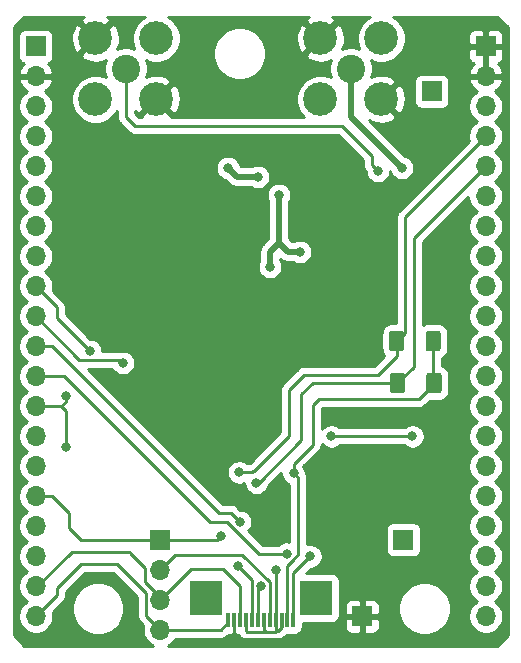
<source format=gbr>
%TF.GenerationSoftware,KiCad,Pcbnew,(5.1.9)-1*%
%TF.CreationDate,2021-08-30T10:52:12+01:00*%
%TF.ProjectId,projecto1,70726f6a-6563-4746-9f31-2e6b69636164,1.5*%
%TF.SameCoordinates,Original*%
%TF.FileFunction,Copper,L1,Top*%
%TF.FilePolarity,Positive*%
%FSLAX46Y46*%
G04 Gerber Fmt 4.6, Leading zero omitted, Abs format (unit mm)*
G04 Created by KiCad (PCBNEW (5.1.9)-1) date 2021-08-30 10:52:12*
%MOMM*%
%LPD*%
G01*
G04 APERTURE LIST*
%TA.AperFunction,ComponentPad*%
%ADD10R,1.700000X1.700000*%
%TD*%
%TA.AperFunction,SMDPad,CuDef*%
%ADD11R,2.700000X3.000000*%
%TD*%
%TA.AperFunction,SMDPad,CuDef*%
%ADD12R,0.300000X1.200000*%
%TD*%
%TA.AperFunction,ComponentPad*%
%ADD13O,1.700000X1.700000*%
%TD*%
%TA.AperFunction,ComponentPad*%
%ADD14C,2.400000*%
%TD*%
%TA.AperFunction,ComponentPad*%
%ADD15C,2.850000*%
%TD*%
%TA.AperFunction,ViaPad*%
%ADD16C,0.800000*%
%TD*%
%TA.AperFunction,Conductor*%
%ADD17C,0.500000*%
%TD*%
%TA.AperFunction,Conductor*%
%ADD18C,0.250000*%
%TD*%
%TA.AperFunction,Conductor*%
%ADD19C,0.254000*%
%TD*%
%TA.AperFunction,Conductor*%
%ADD20C,0.100000*%
%TD*%
G04 APERTURE END LIST*
D10*
%TO.P,J4,1*%
%TO.N,3V3*%
X59055000Y-70358000D03*
%TD*%
D11*
%TO.P,J2,MP2*%
%TO.N,N/C*%
X42310000Y-75297000D03*
%TO.P,J2,MP1*%
X51670000Y-75297000D03*
D12*
%TO.P,J2,12*%
%TO.N,AD_trig*%
X44240000Y-77157000D03*
%TO.P,J2,11*%
%TO.N,GND*%
X44740000Y-77157000D03*
%TO.P,J2,10*%
%TO.N,AD_sp*%
X45240000Y-77157000D03*
%TO.P,J2,9*%
%TO.N,Fvref*%
X45740000Y-77157000D03*
%TO.P,J2,8*%
%TO.N,CLK*%
X46240000Y-77157000D03*
%TO.P,J2,7*%
%TO.N,Reset*%
X46740000Y-77157000D03*
%TO.P,J2,6*%
%TO.N,Fvref*%
X47240000Y-77157000D03*
%TO.P,J2,5*%
%TO.N,Video*%
X47740000Y-77157000D03*
%TO.P,J2,4*%
%TO.N,Fvref*%
X48240000Y-77157000D03*
%TO.P,J2,3*%
X48740000Y-77157000D03*
%TO.P,J2,2*%
%TO.N,3V3*%
X49240000Y-77157000D03*
%TO.P,J2,1*%
%TO.N,Cf_select*%
X49740000Y-77157000D03*
%TD*%
D13*
%TO.P,J8,4*%
%TO.N,AD_trig*%
X38481000Y-77978000D03*
%TO.P,J8,3*%
%TO.N,AD_sp*%
X38481000Y-75438000D03*
%TO.P,J8,2*%
%TO.N,Video*%
X38481000Y-72898000D03*
D10*
%TO.P,J8,1*%
%TO.N,CLK*%
X38481000Y-70358000D03*
%TD*%
%TO.P,R5,2*%
%TO.N,3V3*%
%TA.AperFunction,SMDPad,CuDef*%
G36*
G01*
X61008500Y-57711500D02*
X61008500Y-56461500D01*
G75*
G02*
X61258500Y-56211500I250000J0D01*
G01*
X62058500Y-56211500D01*
G75*
G02*
X62308500Y-56461500I0J-250000D01*
G01*
X62308500Y-57711500D01*
G75*
G02*
X62058500Y-57961500I-250000J0D01*
G01*
X61258500Y-57961500D01*
G75*
G02*
X61008500Y-57711500I0J250000D01*
G01*
G37*
%TD.AperFunction*%
%TO.P,R5,1*%
%TO.N,SCL*%
%TA.AperFunction,SMDPad,CuDef*%
G36*
G01*
X57908500Y-57711500D02*
X57908500Y-56461500D01*
G75*
G02*
X58158500Y-56211500I250000J0D01*
G01*
X58958500Y-56211500D01*
G75*
G02*
X59208500Y-56461500I0J-250000D01*
G01*
X59208500Y-57711500D01*
G75*
G02*
X58958500Y-57961500I-250000J0D01*
G01*
X58158500Y-57961500D01*
G75*
G02*
X57908500Y-57711500I0J250000D01*
G01*
G37*
%TD.AperFunction*%
%TD*%
%TO.P,R4,2*%
%TO.N,3V3*%
%TA.AperFunction,SMDPad,CuDef*%
G36*
G01*
X60933500Y-54155500D02*
X60933500Y-52905500D01*
G75*
G02*
X61183500Y-52655500I250000J0D01*
G01*
X61983500Y-52655500D01*
G75*
G02*
X62233500Y-52905500I0J-250000D01*
G01*
X62233500Y-54155500D01*
G75*
G02*
X61983500Y-54405500I-250000J0D01*
G01*
X61183500Y-54405500D01*
G75*
G02*
X60933500Y-54155500I0J250000D01*
G01*
G37*
%TD.AperFunction*%
%TO.P,R4,1*%
%TO.N,SDA*%
%TA.AperFunction,SMDPad,CuDef*%
G36*
G01*
X57833500Y-54155500D02*
X57833500Y-52905500D01*
G75*
G02*
X58083500Y-52655500I250000J0D01*
G01*
X58883500Y-52655500D01*
G75*
G02*
X59133500Y-52905500I0J-250000D01*
G01*
X59133500Y-54155500D01*
G75*
G02*
X58883500Y-54405500I-250000J0D01*
G01*
X58083500Y-54405500D01*
G75*
G02*
X57833500Y-54155500I0J250000D01*
G01*
G37*
%TD.AperFunction*%
%TD*%
%TO.P,J5,1*%
%TO.N,5V*%
X61468000Y-32385000D03*
%TD*%
%TO.P,J9,1*%
%TO.N,GND*%
X55562500Y-76835000D03*
%TD*%
D14*
%TO.P,J7,1*%
%TO.N,PWM*%
X54610000Y-30480000D03*
D15*
%TO.P,J7,2*%
%TO.N,GND*%
X52035000Y-27905000D03*
%TO.P,J7,3*%
%TO.N,N/C*%
X52035000Y-33055000D03*
%TO.P,J7,4*%
%TO.N,GND*%
X57185000Y-33055000D03*
%TO.P,J7,5*%
%TO.N,N/C*%
X57185000Y-27905000D03*
%TD*%
%TO.P,J6,5*%
%TO.N,N/C*%
X38135000Y-27905000D03*
%TO.P,J6,4*%
%TO.N,GND*%
X38135000Y-33055000D03*
%TO.P,J6,3*%
%TO.N,N/C*%
X32985000Y-33055000D03*
%TO.P,J6,2*%
%TO.N,GND*%
X32985000Y-27905000D03*
D14*
%TO.P,J6,1*%
%TO.N,/ANALOG_OUT*%
X35560000Y-30480000D03*
%TD*%
D13*
%TO.P,J3,20*%
%TO.N,DAC_D0*%
X66040000Y-76835000D03*
%TO.P,J3,19*%
%TO.N,DAC_D1*%
X66040000Y-74295000D03*
%TO.P,J3,18*%
%TO.N,DAC_D2*%
X66040000Y-71755000D03*
%TO.P,J3,17*%
%TO.N,DAC_D3*%
X66040000Y-69215000D03*
%TO.P,J3,16*%
%TO.N,N/C*%
X66040000Y-66675000D03*
%TO.P,J3,15*%
X66040000Y-64135000D03*
%TO.P,J3,14*%
%TO.N,CS_DAC*%
X66040000Y-61595000D03*
%TO.P,J3,13*%
%TO.N,N/C*%
X66040000Y-59055000D03*
%TO.P,J3,12*%
X66040000Y-56515000D03*
%TO.P,J3,11*%
%TO.N,DAC_D7*%
X66040000Y-53975000D03*
%TO.P,J3,10*%
%TO.N,DAC_D6*%
X66040000Y-51435000D03*
%TO.P,J3,9*%
%TO.N,DAC_D5*%
X66040000Y-48895000D03*
%TO.P,J3,8*%
%TO.N,DAC_D4*%
X66040000Y-46355000D03*
%TO.P,J3,7*%
%TO.N,N/C*%
X66040000Y-43815000D03*
%TO.P,J3,6*%
%TO.N,PWM*%
X66040000Y-41275000D03*
%TO.P,J3,5*%
%TO.N,SCL*%
X66040000Y-38735000D03*
%TO.P,J3,4*%
%TO.N,SDA*%
X66040000Y-36195000D03*
%TO.P,J3,3*%
%TO.N,N/C*%
X66040000Y-33655000D03*
%TO.P,J3,2*%
%TO.N,GND*%
X66040000Y-31115000D03*
D10*
%TO.P,J3,1*%
X66040000Y-28575000D03*
%TD*%
D13*
%TO.P,J1,20*%
%TO.N,AD_trig*%
X27940000Y-76835000D03*
%TO.P,J1,19*%
%TO.N,AD_sp*%
X27940000Y-74295000D03*
%TO.P,J1,18*%
%TO.N,N/C*%
X27940000Y-71755000D03*
%TO.P,J1,17*%
%TO.N,PGA_Output*%
X27940000Y-69215000D03*
%TO.P,J1,16*%
%TO.N,CLK*%
X27940000Y-66675000D03*
%TO.P,J1,15*%
%TO.N,MOSI*%
X27940000Y-64135000D03*
%TO.P,J1,14*%
%TO.N,MISO*%
X27940000Y-61595000D03*
%TO.P,J1,13*%
%TO.N,SCK*%
X27940000Y-59055000D03*
%TO.P,J1,12*%
%TO.N,Cf_select*%
X27940000Y-56515000D03*
%TO.P,J1,11*%
%TO.N,Reset*%
X27940000Y-53975000D03*
%TO.P,J1,10*%
%TO.N,CS_PGA*%
X27940000Y-51435000D03*
%TO.P,J1,9*%
%TO.N,CS_ADC*%
X27940000Y-48895000D03*
%TO.P,J1,8*%
%TO.N,N/C*%
X27940000Y-46355000D03*
%TO.P,J1,7*%
X27940000Y-43815000D03*
%TO.P,J1,6*%
X27940000Y-41275000D03*
%TO.P,J1,5*%
X27940000Y-38735000D03*
%TO.P,J1,4*%
X27940000Y-36195000D03*
%TO.P,J1,3*%
X27940000Y-33655000D03*
%TO.P,J1,2*%
%TO.N,GND*%
X27940000Y-31115000D03*
D10*
%TO.P,J1,1*%
%TO.N,MCU3V3*%
X27940000Y-28575000D03*
%TD*%
D16*
%TO.N,3V3*%
X48514000Y-41148000D03*
X46736000Y-39624000D03*
X44196000Y-38862000D03*
X47752000Y-47244000D03*
X50292000Y-45974000D03*
X49758000Y-64744000D03*
%TO.N,CS_DAC*%
X59817000Y-61595000D03*
X52959000Y-61595000D03*
%TO.N,SCK*%
X30480000Y-58166000D03*
X30480000Y-62484000D03*
%TO.N,CS_PGA*%
X35306000Y-55372000D03*
%TO.N,CS_ADC*%
X32512000Y-54356000D03*
%TO.N,Cf_select*%
X51181000Y-71755000D03*
X49175278Y-71535471D03*
%TO.N,Reset*%
X45212000Y-68834000D03*
X46965010Y-74286119D03*
%TO.N,CLK*%
X43624500Y-70040500D03*
X45085000Y-72580500D03*
%TO.N,PWM*%
X58928000Y-38862000D03*
%TO.N,SCL*%
X46608992Y-65532000D03*
%TO.N,SDA*%
X45148500Y-64643000D03*
%TO.N,/ANALOG_OUT*%
X56896000Y-39116000D03*
%TO.N,Fvref*%
X48260000Y-72898000D03*
%TD*%
D17*
%TO.N,3V3*%
X46736000Y-39624000D02*
X45212000Y-39624000D01*
X45212000Y-39624000D02*
X44958000Y-39624000D01*
X44958000Y-39624000D02*
X44196000Y-38862000D01*
X44196000Y-38862000D02*
X44196000Y-38862000D01*
X48514000Y-41148000D02*
X48514000Y-45212000D01*
X48514000Y-45212000D02*
X47752000Y-45974000D01*
X47752000Y-45974000D02*
X47752000Y-47244000D01*
X47752000Y-47244000D02*
X47752000Y-47244000D01*
X48514000Y-45212000D02*
X49276000Y-45974000D01*
X49276000Y-45974000D02*
X50292000Y-45974000D01*
X50292000Y-45974000D02*
X50292000Y-45974000D01*
D18*
X61583500Y-57011500D02*
X61658500Y-57086500D01*
X61583500Y-53530500D02*
X61583500Y-57011500D01*
X61658500Y-57086500D02*
X61658500Y-57658000D01*
X49758000Y-63907000D02*
X49758000Y-64744000D01*
X51371500Y-62293500D02*
X49758000Y-63907000D01*
X51371500Y-58928000D02*
X51371500Y-62293500D01*
X51879500Y-58420000D02*
X51371500Y-58928000D01*
X61658500Y-57150000D02*
X60388500Y-58420000D01*
X60388500Y-58420000D02*
X51879500Y-58420000D01*
X61658500Y-57086500D02*
X61658500Y-57150000D01*
X49240000Y-72559496D02*
X49240000Y-75846500D01*
X49693998Y-72105498D02*
X49240000Y-72559496D01*
X49240000Y-75846500D02*
X49240000Y-77161000D01*
X49693998Y-72041998D02*
X49693998Y-72105498D01*
X50157999Y-71577997D02*
X49693998Y-72041998D01*
X50157999Y-65143999D02*
X50157999Y-71577997D01*
X49758000Y-64744000D02*
X50157999Y-65143999D01*
%TO.N,CS_DAC*%
X59817000Y-61595000D02*
X52959000Y-61595000D01*
X52959000Y-61595000D02*
X52959000Y-61595000D01*
%TO.N,SCK*%
X29591000Y-59055000D02*
X27940000Y-59055000D01*
X30480000Y-59436000D02*
X30099000Y-59055000D01*
X30099000Y-59055000D02*
X29591000Y-59055000D01*
X30480000Y-58674000D02*
X30099000Y-59055000D01*
X30480000Y-59436000D02*
X30480000Y-62484000D01*
X30480000Y-58674000D02*
X30480000Y-58166000D01*
%TO.N,CS_PGA*%
X27940000Y-51435000D02*
X28321000Y-51435000D01*
X35052000Y-55118000D02*
X35306000Y-55372000D01*
X31623000Y-55118000D02*
X35052000Y-55118000D01*
X27940000Y-51435000D02*
X31623000Y-55118000D01*
%TO.N,Video*%
X39751000Y-71628000D02*
X38481000Y-72898000D01*
X45408996Y-71628000D02*
X39751000Y-71628000D01*
X47740000Y-73959004D02*
X45408996Y-71628000D01*
X47740000Y-77161000D02*
X47740000Y-73959004D01*
X47764999Y-77136001D02*
X47740000Y-77161000D01*
%TO.N,CS_ADC*%
X27940000Y-48895000D02*
X29718000Y-50673000D01*
X29718000Y-50673000D02*
X29718000Y-51562000D01*
X29718000Y-51562000D02*
X32512000Y-54356000D01*
X32512000Y-54356000D02*
X32512000Y-54356000D01*
%TO.N,Cf_select*%
X42672000Y-68834000D02*
X42672000Y-68834000D01*
X49276000Y-71628000D02*
X49276000Y-71628000D01*
X49740000Y-73196000D02*
X51181000Y-71755000D01*
X27940000Y-56515000D02*
X30353000Y-56515000D01*
X49740000Y-77161000D02*
X49740000Y-73196000D01*
X44138998Y-68834000D02*
X46840469Y-71535471D01*
X30353000Y-56515000D02*
X42672000Y-68834000D01*
X46840469Y-71535471D02*
X49175278Y-71535471D01*
X42672000Y-68834000D02*
X44138998Y-68834000D01*
%TO.N,Reset*%
X43434000Y-68072000D02*
X44450000Y-68072000D01*
X29337000Y-53975000D02*
X43434000Y-68072000D01*
X27940000Y-53975000D02*
X29337000Y-53975000D01*
X44450000Y-68072000D02*
X45212000Y-68834000D01*
X45212000Y-68834000D02*
X45212000Y-68834000D01*
X46740000Y-74511129D02*
X46965010Y-74286119D01*
X46740000Y-77161000D02*
X46740000Y-74511129D01*
%TO.N,CLK*%
X29337000Y-66675000D02*
X30734000Y-68072000D01*
X27940000Y-66675000D02*
X29337000Y-66675000D01*
X43624500Y-70040500D02*
X43624500Y-70040500D01*
X30734000Y-68072000D02*
X30734000Y-68135500D01*
X30734000Y-68072000D02*
X30734000Y-69342000D01*
X31750000Y-70358000D02*
X38735000Y-70358000D01*
X30734000Y-69342000D02*
X31750000Y-70358000D01*
X43307000Y-70358000D02*
X43624500Y-70040500D01*
X38735000Y-70358000D02*
X43307000Y-70358000D01*
X46240000Y-73735500D02*
X45085000Y-72580500D01*
X46240000Y-77161000D02*
X46240000Y-73735500D01*
%TO.N,AD_sp*%
X28067000Y-74295000D02*
X27940000Y-74295000D01*
X30988000Y-71374000D02*
X28067000Y-74295000D01*
X35941000Y-71374000D02*
X30988000Y-71374000D01*
X39052500Y-75755500D02*
X38735000Y-75438000D01*
X35941000Y-71374000D02*
X35941000Y-71437500D01*
X35941000Y-71437500D02*
X37211000Y-72707500D01*
X37211000Y-72707500D02*
X37211000Y-73914000D01*
X41084500Y-72834500D02*
X38481000Y-75438000D01*
X43815000Y-72834500D02*
X41084500Y-72834500D01*
X45240000Y-74259500D02*
X43815000Y-72834500D01*
X45240000Y-77161000D02*
X45240000Y-74259500D01*
X38481000Y-75184000D02*
X38481000Y-75438000D01*
X37211000Y-73914000D02*
X38481000Y-75184000D01*
%TO.N,AD_trig*%
X44196000Y-77117000D02*
X44240000Y-77161000D01*
X37274500Y-76771500D02*
X38481000Y-77978000D01*
X34798000Y-72390000D02*
X37274500Y-74866500D01*
X37274500Y-74866500D02*
X37274500Y-76771500D01*
X31750000Y-72390000D02*
X34798000Y-72390000D01*
X29718000Y-74422000D02*
X31750000Y-72390000D01*
X29718000Y-75057000D02*
X29718000Y-74422000D01*
X27940000Y-76835000D02*
X29718000Y-75057000D01*
X43609500Y-77978000D02*
X44240000Y-77347500D01*
X38481000Y-77978000D02*
X43609500Y-77978000D01*
D17*
%TO.N,PWM*%
X54610000Y-34544000D02*
X54610000Y-30480000D01*
X58928000Y-38862000D02*
X54610000Y-34544000D01*
D18*
%TO.N,SCL*%
X59944000Y-55701000D02*
X58558500Y-57086500D01*
X59944000Y-44831000D02*
X59944000Y-55701000D01*
X66040000Y-38735000D02*
X59944000Y-44831000D01*
X57721500Y-57086500D02*
X58558500Y-57086500D01*
X51371500Y-57086500D02*
X57721500Y-57086500D01*
X50419000Y-58039000D02*
X51371500Y-57086500D01*
X50419000Y-61912500D02*
X50419000Y-58039000D01*
X46799500Y-65532000D02*
X50419000Y-61912500D01*
X46608992Y-65532000D02*
X46799500Y-65532000D01*
%TO.N,SDA*%
X46355000Y-64516000D02*
X46291500Y-64579500D01*
X45402500Y-64643000D02*
X45402500Y-64643000D01*
X46355000Y-64516000D02*
X46228000Y-64643000D01*
X46228000Y-64643000D02*
X45148500Y-64643000D01*
X59182000Y-52832000D02*
X58483500Y-53530500D01*
X59182000Y-43053000D02*
X59182000Y-52832000D01*
X66040000Y-36195000D02*
X59182000Y-43053000D01*
X58483500Y-54800500D02*
X58483500Y-53530500D01*
X56896000Y-56388000D02*
X58483500Y-54800500D01*
X50673000Y-56388000D02*
X56896000Y-56388000D01*
X49403000Y-57658000D02*
X50673000Y-56388000D01*
X49403000Y-61531500D02*
X49403000Y-57658000D01*
X46418500Y-64516000D02*
X49403000Y-61531500D01*
X46355000Y-64516000D02*
X46418500Y-64516000D01*
%TO.N,GND*%
X44740000Y-77161000D02*
X44740000Y-78268000D01*
X44740000Y-78268000D02*
X45212000Y-78740000D01*
X45212000Y-78740000D02*
X52324000Y-78740000D01*
X54229000Y-76835000D02*
X55245000Y-76835000D01*
X52324000Y-78740000D02*
X54229000Y-76835000D01*
%TO.N,/ANALOG_OUT*%
X56896000Y-39116000D02*
X56388000Y-38608000D01*
X56388000Y-38608000D02*
X56388000Y-37846000D01*
X56388000Y-37846000D02*
X53848000Y-35306000D01*
X53848000Y-35306000D02*
X36322000Y-35306000D01*
X35560000Y-34544000D02*
X35560000Y-30480000D01*
X36322000Y-35306000D02*
X35560000Y-34544000D01*
%TO.N,Fvref*%
X48164999Y-78136001D02*
X47402001Y-78136001D01*
X48240000Y-78061000D02*
X48164999Y-78136001D01*
X48240000Y-77161000D02*
X48240000Y-78061000D01*
X47240000Y-77974000D02*
X47240000Y-77161000D01*
X47402001Y-78136001D02*
X47240000Y-77974000D01*
X45740000Y-78046002D02*
X45740000Y-77161000D01*
X45829999Y-78136001D02*
X45740000Y-78046002D01*
X47402001Y-78136001D02*
X45829999Y-78136001D01*
X48740000Y-77752000D02*
X48740000Y-77161000D01*
X48431000Y-78061000D02*
X48740000Y-77752000D01*
X48240000Y-78061000D02*
X48431000Y-78061000D01*
X48240000Y-77161000D02*
X48240000Y-72918000D01*
X48240000Y-72918000D02*
X48260000Y-72898000D01*
X48260000Y-72954000D02*
X48260000Y-72898000D01*
%TD*%
D19*
%TO.N,GND*%
X31873342Y-26158868D02*
X31726355Y-26466750D01*
X32985000Y-27725395D01*
X34243645Y-26466750D01*
X34096658Y-26158868D01*
X33950788Y-26085000D01*
X37150921Y-26085000D01*
X36821827Y-26304894D01*
X36534894Y-26591827D01*
X36309452Y-26929224D01*
X36154165Y-27304120D01*
X36075000Y-27702108D01*
X36075000Y-28107892D01*
X36154165Y-28505880D01*
X36271186Y-28788393D01*
X36095250Y-28715518D01*
X35740732Y-28645000D01*
X35379268Y-28645000D01*
X35024750Y-28715518D01*
X34846170Y-28789488D01*
X34914455Y-28654644D01*
X35023629Y-28263822D01*
X35054460Y-27859211D01*
X35005763Y-27456359D01*
X34879408Y-27070748D01*
X34731132Y-26793342D01*
X34423250Y-26646355D01*
X33164605Y-27905000D01*
X33178748Y-27919143D01*
X32999143Y-28098748D01*
X32985000Y-28084605D01*
X31726355Y-29343250D01*
X31873342Y-29651132D01*
X32235356Y-29834455D01*
X32626178Y-29943629D01*
X33030789Y-29974460D01*
X33433641Y-29925763D01*
X33819252Y-29799408D01*
X33866091Y-29774372D01*
X33795518Y-29944750D01*
X33725000Y-30299268D01*
X33725000Y-30660732D01*
X33795518Y-31015250D01*
X33868393Y-31191186D01*
X33585880Y-31074165D01*
X33187892Y-30995000D01*
X32782108Y-30995000D01*
X32384120Y-31074165D01*
X32009224Y-31229452D01*
X31671827Y-31454894D01*
X31384894Y-31741827D01*
X31159452Y-32079224D01*
X31004165Y-32454120D01*
X30925000Y-32852108D01*
X30925000Y-33257892D01*
X31004165Y-33655880D01*
X31159452Y-34030776D01*
X31384894Y-34368173D01*
X31671827Y-34655106D01*
X32009224Y-34880548D01*
X32384120Y-35035835D01*
X32782108Y-35115000D01*
X33187892Y-35115000D01*
X33585880Y-35035835D01*
X33960776Y-34880548D01*
X34298173Y-34655106D01*
X34585106Y-34368173D01*
X34800000Y-34046562D01*
X34800000Y-34506677D01*
X34796324Y-34544000D01*
X34800000Y-34581322D01*
X34800000Y-34581332D01*
X34810997Y-34692985D01*
X34846030Y-34808475D01*
X34854454Y-34836246D01*
X34925026Y-34968276D01*
X34938304Y-34984455D01*
X35019999Y-35084001D01*
X35049002Y-35107803D01*
X35758201Y-35817002D01*
X35781999Y-35846001D01*
X35897724Y-35940974D01*
X36029753Y-36011546D01*
X36173014Y-36055003D01*
X36284667Y-36066000D01*
X36284675Y-36066000D01*
X36322000Y-36069676D01*
X36359325Y-36066000D01*
X53533199Y-36066000D01*
X55628000Y-38160803D01*
X55628000Y-38570678D01*
X55624324Y-38608000D01*
X55628000Y-38645322D01*
X55628000Y-38645332D01*
X55638997Y-38756985D01*
X55676695Y-38881260D01*
X55682454Y-38900246D01*
X55753026Y-39032276D01*
X55755664Y-39035490D01*
X55847999Y-39148001D01*
X55861000Y-39158671D01*
X55861000Y-39217939D01*
X55900774Y-39417898D01*
X55978795Y-39606256D01*
X56092063Y-39775774D01*
X56236226Y-39919937D01*
X56405744Y-40033205D01*
X56594102Y-40111226D01*
X56794061Y-40151000D01*
X56997939Y-40151000D01*
X57197898Y-40111226D01*
X57386256Y-40033205D01*
X57555774Y-39919937D01*
X57699937Y-39775774D01*
X57813205Y-39606256D01*
X57891226Y-39417898D01*
X57931000Y-39217939D01*
X57931000Y-39154979D01*
X57932774Y-39163898D01*
X58010795Y-39352256D01*
X58124063Y-39521774D01*
X58268226Y-39665937D01*
X58437744Y-39779205D01*
X58626102Y-39857226D01*
X58826061Y-39897000D01*
X59029939Y-39897000D01*
X59229898Y-39857226D01*
X59418256Y-39779205D01*
X59587774Y-39665937D01*
X59731937Y-39521774D01*
X59845205Y-39352256D01*
X59923226Y-39163898D01*
X59963000Y-38963939D01*
X59963000Y-38760061D01*
X59923226Y-38560102D01*
X59845205Y-38371744D01*
X59731937Y-38202226D01*
X59587774Y-38058063D01*
X59418256Y-37944795D01*
X59229898Y-37866774D01*
X59173044Y-37855465D01*
X56165254Y-34847676D01*
X56435356Y-34984455D01*
X56826178Y-35093629D01*
X57230789Y-35124460D01*
X57633641Y-35075763D01*
X58019252Y-34949408D01*
X58296658Y-34801132D01*
X58443645Y-34493250D01*
X57185000Y-33234605D01*
X57170858Y-33248748D01*
X56991253Y-33069143D01*
X57005395Y-33055000D01*
X57364605Y-33055000D01*
X58623250Y-34313645D01*
X58931132Y-34166658D01*
X59114455Y-33804644D01*
X59223629Y-33413822D01*
X59254460Y-33009211D01*
X59205763Y-32606359D01*
X59079408Y-32220748D01*
X58931132Y-31943342D01*
X58623250Y-31796355D01*
X57364605Y-33055000D01*
X57005395Y-33055000D01*
X56991253Y-33040858D01*
X57170858Y-32861253D01*
X57185000Y-32875395D01*
X58443645Y-31616750D01*
X58404617Y-31535000D01*
X59979928Y-31535000D01*
X59979928Y-33235000D01*
X59992188Y-33359482D01*
X60028498Y-33479180D01*
X60087463Y-33589494D01*
X60166815Y-33686185D01*
X60263506Y-33765537D01*
X60373820Y-33824502D01*
X60493518Y-33860812D01*
X60618000Y-33873072D01*
X62318000Y-33873072D01*
X62442482Y-33860812D01*
X62562180Y-33824502D01*
X62672494Y-33765537D01*
X62769185Y-33686185D01*
X62848537Y-33589494D01*
X62907502Y-33479180D01*
X62943812Y-33359482D01*
X62956072Y-33235000D01*
X62956072Y-31535000D01*
X62943812Y-31410518D01*
X62907502Y-31290820D01*
X62848537Y-31180506D01*
X62769185Y-31083815D01*
X62672494Y-31004463D01*
X62562180Y-30945498D01*
X62442482Y-30909188D01*
X62318000Y-30896928D01*
X60618000Y-30896928D01*
X60493518Y-30909188D01*
X60373820Y-30945498D01*
X60263506Y-31004463D01*
X60166815Y-31083815D01*
X60087463Y-31180506D01*
X60028498Y-31290820D01*
X59992188Y-31410518D01*
X59979928Y-31535000D01*
X58404617Y-31535000D01*
X58296658Y-31308868D01*
X57934644Y-31125545D01*
X57543822Y-31016371D01*
X57139211Y-30985540D01*
X56736359Y-31034237D01*
X56350748Y-31160592D01*
X56303909Y-31185628D01*
X56374482Y-31015250D01*
X56445000Y-30660732D01*
X56445000Y-30299268D01*
X56374482Y-29944750D01*
X56301607Y-29768814D01*
X56584120Y-29885835D01*
X56982108Y-29965000D01*
X57387892Y-29965000D01*
X57785880Y-29885835D01*
X58160776Y-29730548D01*
X58498173Y-29505106D01*
X58578279Y-29425000D01*
X64551928Y-29425000D01*
X64564188Y-29549482D01*
X64600498Y-29669180D01*
X64659463Y-29779494D01*
X64738815Y-29876185D01*
X64835506Y-29955537D01*
X64945820Y-30014502D01*
X65026466Y-30038966D01*
X64942412Y-30114731D01*
X64768359Y-30348080D01*
X64643175Y-30610901D01*
X64598524Y-30758110D01*
X64719845Y-30988000D01*
X65913000Y-30988000D01*
X65913000Y-28702000D01*
X66167000Y-28702000D01*
X66167000Y-30988000D01*
X67360155Y-30988000D01*
X67481476Y-30758110D01*
X67436825Y-30610901D01*
X67311641Y-30348080D01*
X67137588Y-30114731D01*
X67053534Y-30038966D01*
X67134180Y-30014502D01*
X67244494Y-29955537D01*
X67341185Y-29876185D01*
X67420537Y-29779494D01*
X67479502Y-29669180D01*
X67515812Y-29549482D01*
X67528072Y-29425000D01*
X67525000Y-28860750D01*
X67366250Y-28702000D01*
X66167000Y-28702000D01*
X65913000Y-28702000D01*
X64713750Y-28702000D01*
X64555000Y-28860750D01*
X64551928Y-29425000D01*
X58578279Y-29425000D01*
X58785106Y-29218173D01*
X59010548Y-28880776D01*
X59165835Y-28505880D01*
X59245000Y-28107892D01*
X59245000Y-27725000D01*
X64551928Y-27725000D01*
X64555000Y-28289250D01*
X64713750Y-28448000D01*
X65913000Y-28448000D01*
X65913000Y-27248750D01*
X66167000Y-27248750D01*
X66167000Y-28448000D01*
X67366250Y-28448000D01*
X67525000Y-28289250D01*
X67528072Y-27725000D01*
X67515812Y-27600518D01*
X67479502Y-27480820D01*
X67420537Y-27370506D01*
X67341185Y-27273815D01*
X67244494Y-27194463D01*
X67134180Y-27135498D01*
X67014482Y-27099188D01*
X66890000Y-27086928D01*
X66325750Y-27090000D01*
X66167000Y-27248750D01*
X65913000Y-27248750D01*
X65754250Y-27090000D01*
X65190000Y-27086928D01*
X65065518Y-27099188D01*
X64945820Y-27135498D01*
X64835506Y-27194463D01*
X64738815Y-27273815D01*
X64659463Y-27370506D01*
X64600498Y-27480820D01*
X64564188Y-27600518D01*
X64551928Y-27725000D01*
X59245000Y-27725000D01*
X59245000Y-27702108D01*
X59165835Y-27304120D01*
X59010548Y-26929224D01*
X58785106Y-26591827D01*
X58498173Y-26304894D01*
X58169079Y-26085000D01*
X67026264Y-26085000D01*
X67895000Y-26953737D01*
X67895001Y-78456262D01*
X67026264Y-79325000D01*
X39109546Y-79325000D01*
X39184411Y-79293990D01*
X39427632Y-79131475D01*
X39634475Y-78924632D01*
X39759178Y-78738000D01*
X43572178Y-78738000D01*
X43609500Y-78741676D01*
X43646822Y-78738000D01*
X43646833Y-78738000D01*
X43758486Y-78727003D01*
X43901747Y-78683546D01*
X44033776Y-78612974D01*
X44149501Y-78518001D01*
X44173303Y-78488998D01*
X44267229Y-78395072D01*
X44390000Y-78395072D01*
X44493644Y-78384864D01*
X44558250Y-78392000D01*
X44590497Y-78359753D01*
X44634180Y-78346502D01*
X44740000Y-78289939D01*
X44845820Y-78346502D01*
X44889503Y-78359753D01*
X44921750Y-78392000D01*
X44986356Y-78384864D01*
X45063428Y-78392455D01*
X45105026Y-78470278D01*
X45117110Y-78485002D01*
X45199999Y-78586003D01*
X45229003Y-78609806D01*
X45266195Y-78646998D01*
X45289998Y-78676002D01*
X45405723Y-78770975D01*
X45537752Y-78841547D01*
X45681013Y-78885004D01*
X45792666Y-78896001D01*
X45792677Y-78896001D01*
X45829999Y-78899677D01*
X45867322Y-78896001D01*
X47364678Y-78896001D01*
X47402000Y-78899677D01*
X47439323Y-78896001D01*
X48127677Y-78896001D01*
X48164999Y-78899677D01*
X48202321Y-78896001D01*
X48202332Y-78896001D01*
X48313985Y-78885004D01*
X48457246Y-78841547D01*
X48501865Y-78817697D01*
X48579986Y-78810003D01*
X48723247Y-78766546D01*
X48855276Y-78695974D01*
X48971001Y-78601001D01*
X48994804Y-78571997D01*
X49171729Y-78395072D01*
X49390000Y-78395072D01*
X49490000Y-78385223D01*
X49590000Y-78395072D01*
X49890000Y-78395072D01*
X50014482Y-78382812D01*
X50134180Y-78346502D01*
X50244494Y-78287537D01*
X50341185Y-78208185D01*
X50420537Y-78111494D01*
X50479502Y-78001180D01*
X50515812Y-77881482D01*
X50528072Y-77757000D01*
X50528072Y-77685000D01*
X54074428Y-77685000D01*
X54086688Y-77809482D01*
X54122998Y-77929180D01*
X54181963Y-78039494D01*
X54261315Y-78136185D01*
X54358006Y-78215537D01*
X54468320Y-78274502D01*
X54588018Y-78310812D01*
X54712500Y-78323072D01*
X55276750Y-78320000D01*
X55435500Y-78161250D01*
X55435500Y-76962000D01*
X55689500Y-76962000D01*
X55689500Y-78161250D01*
X55848250Y-78320000D01*
X56412500Y-78323072D01*
X56536982Y-78310812D01*
X56656680Y-78274502D01*
X56766994Y-78215537D01*
X56863685Y-78136185D01*
X56943037Y-78039494D01*
X57002002Y-77929180D01*
X57038312Y-77809482D01*
X57050572Y-77685000D01*
X57047500Y-77120750D01*
X56888750Y-76962000D01*
X55689500Y-76962000D01*
X55435500Y-76962000D01*
X54236250Y-76962000D01*
X54077500Y-77120750D01*
X54074428Y-77685000D01*
X50528072Y-77685000D01*
X50528072Y-77435072D01*
X53020000Y-77435072D01*
X53144482Y-77422812D01*
X53264180Y-77386502D01*
X53374494Y-77327537D01*
X53471185Y-77248185D01*
X53550537Y-77151494D01*
X53609502Y-77041180D01*
X53645812Y-76921482D01*
X53658072Y-76797000D01*
X53658072Y-75985000D01*
X54074428Y-75985000D01*
X54077500Y-76549250D01*
X54236250Y-76708000D01*
X55435500Y-76708000D01*
X55435500Y-75508750D01*
X55689500Y-75508750D01*
X55689500Y-76708000D01*
X56888750Y-76708000D01*
X57047500Y-76549250D01*
X57050572Y-75985000D01*
X57050067Y-75979872D01*
X58598000Y-75979872D01*
X58598000Y-76420128D01*
X58683890Y-76851925D01*
X58852369Y-77258669D01*
X59096962Y-77624729D01*
X59408271Y-77936038D01*
X59774331Y-78180631D01*
X60181075Y-78349110D01*
X60612872Y-78435000D01*
X61053128Y-78435000D01*
X61484925Y-78349110D01*
X61891669Y-78180631D01*
X62257729Y-77936038D01*
X62569038Y-77624729D01*
X62813631Y-77258669D01*
X62982110Y-76851925D01*
X63068000Y-76420128D01*
X63068000Y-75979872D01*
X62982110Y-75548075D01*
X62813631Y-75141331D01*
X62569038Y-74775271D01*
X62257729Y-74463962D01*
X61891669Y-74219369D01*
X61484925Y-74050890D01*
X61053128Y-73965000D01*
X60612872Y-73965000D01*
X60181075Y-74050890D01*
X59774331Y-74219369D01*
X59408271Y-74463962D01*
X59096962Y-74775271D01*
X58852369Y-75141331D01*
X58683890Y-75548075D01*
X58598000Y-75979872D01*
X57050067Y-75979872D01*
X57038312Y-75860518D01*
X57002002Y-75740820D01*
X56943037Y-75630506D01*
X56863685Y-75533815D01*
X56766994Y-75454463D01*
X56656680Y-75395498D01*
X56536982Y-75359188D01*
X56412500Y-75346928D01*
X55848250Y-75350000D01*
X55689500Y-75508750D01*
X55435500Y-75508750D01*
X55276750Y-75350000D01*
X54712500Y-75346928D01*
X54588018Y-75359188D01*
X54468320Y-75395498D01*
X54358006Y-75454463D01*
X54261315Y-75533815D01*
X54181963Y-75630506D01*
X54122998Y-75740820D01*
X54086688Y-75860518D01*
X54074428Y-75985000D01*
X53658072Y-75985000D01*
X53658072Y-73797000D01*
X53645812Y-73672518D01*
X53609502Y-73552820D01*
X53550537Y-73442506D01*
X53471185Y-73345815D01*
X53374494Y-73266463D01*
X53264180Y-73207498D01*
X53144482Y-73171188D01*
X53020000Y-73158928D01*
X50851873Y-73158928D01*
X51220802Y-72790000D01*
X51282939Y-72790000D01*
X51482898Y-72750226D01*
X51671256Y-72672205D01*
X51840774Y-72558937D01*
X51984937Y-72414774D01*
X52098205Y-72245256D01*
X52176226Y-72056898D01*
X52216000Y-71856939D01*
X52216000Y-71653061D01*
X52176226Y-71453102D01*
X52098205Y-71264744D01*
X51984937Y-71095226D01*
X51840774Y-70951063D01*
X51671256Y-70837795D01*
X51482898Y-70759774D01*
X51282939Y-70720000D01*
X51079061Y-70720000D01*
X50917999Y-70752037D01*
X50917999Y-69508000D01*
X57566928Y-69508000D01*
X57566928Y-71208000D01*
X57579188Y-71332482D01*
X57615498Y-71452180D01*
X57674463Y-71562494D01*
X57753815Y-71659185D01*
X57850506Y-71738537D01*
X57960820Y-71797502D01*
X58080518Y-71833812D01*
X58205000Y-71846072D01*
X59905000Y-71846072D01*
X60029482Y-71833812D01*
X60149180Y-71797502D01*
X60259494Y-71738537D01*
X60356185Y-71659185D01*
X60435537Y-71562494D01*
X60494502Y-71452180D01*
X60530812Y-71332482D01*
X60543072Y-71208000D01*
X60543072Y-69508000D01*
X60530812Y-69383518D01*
X60494502Y-69263820D01*
X60435537Y-69153506D01*
X60356185Y-69056815D01*
X60259494Y-68977463D01*
X60149180Y-68918498D01*
X60029482Y-68882188D01*
X59905000Y-68869928D01*
X58205000Y-68869928D01*
X58080518Y-68882188D01*
X57960820Y-68918498D01*
X57850506Y-68977463D01*
X57753815Y-69056815D01*
X57674463Y-69153506D01*
X57615498Y-69263820D01*
X57579188Y-69383518D01*
X57566928Y-69508000D01*
X50917999Y-69508000D01*
X50917999Y-65181321D01*
X50921675Y-65143998D01*
X50917999Y-65106676D01*
X50917999Y-65106666D01*
X50907002Y-64995013D01*
X50863545Y-64851752D01*
X50793000Y-64719774D01*
X50793000Y-64642061D01*
X50753226Y-64442102D01*
X50675205Y-64253744D01*
X50599443Y-64140358D01*
X51882503Y-62857299D01*
X51911501Y-62833501D01*
X52006474Y-62717776D01*
X52077046Y-62585747D01*
X52120503Y-62442486D01*
X52131500Y-62330833D01*
X52135177Y-62293500D01*
X52131500Y-62256167D01*
X52131500Y-62219509D01*
X52155063Y-62254774D01*
X52299226Y-62398937D01*
X52468744Y-62512205D01*
X52657102Y-62590226D01*
X52857061Y-62630000D01*
X53060939Y-62630000D01*
X53260898Y-62590226D01*
X53449256Y-62512205D01*
X53618774Y-62398937D01*
X53662711Y-62355000D01*
X59113289Y-62355000D01*
X59157226Y-62398937D01*
X59326744Y-62512205D01*
X59515102Y-62590226D01*
X59715061Y-62630000D01*
X59918939Y-62630000D01*
X60118898Y-62590226D01*
X60307256Y-62512205D01*
X60476774Y-62398937D01*
X60620937Y-62254774D01*
X60734205Y-62085256D01*
X60812226Y-61896898D01*
X60852000Y-61696939D01*
X60852000Y-61493061D01*
X60812226Y-61293102D01*
X60734205Y-61104744D01*
X60620937Y-60935226D01*
X60476774Y-60791063D01*
X60307256Y-60677795D01*
X60118898Y-60599774D01*
X59918939Y-60560000D01*
X59715061Y-60560000D01*
X59515102Y-60599774D01*
X59326744Y-60677795D01*
X59157226Y-60791063D01*
X59113289Y-60835000D01*
X53662711Y-60835000D01*
X53618774Y-60791063D01*
X53449256Y-60677795D01*
X53260898Y-60599774D01*
X53060939Y-60560000D01*
X52857061Y-60560000D01*
X52657102Y-60599774D01*
X52468744Y-60677795D01*
X52299226Y-60791063D01*
X52155063Y-60935226D01*
X52131500Y-60970491D01*
X52131500Y-59242801D01*
X52194302Y-59180000D01*
X60351178Y-59180000D01*
X60388500Y-59183676D01*
X60425822Y-59180000D01*
X60425833Y-59180000D01*
X60537486Y-59169003D01*
X60680747Y-59125546D01*
X60812776Y-59054974D01*
X60928501Y-58960001D01*
X60952304Y-58930997D01*
X61283729Y-58599572D01*
X62058500Y-58599572D01*
X62231754Y-58582508D01*
X62398350Y-58531972D01*
X62551886Y-58449905D01*
X62686462Y-58339462D01*
X62796905Y-58204886D01*
X62878972Y-58051350D01*
X62929508Y-57884754D01*
X62946572Y-57711500D01*
X62946572Y-56461500D01*
X62929508Y-56288246D01*
X62878972Y-56121650D01*
X62796905Y-55968114D01*
X62686462Y-55833538D01*
X62551886Y-55723095D01*
X62398350Y-55641028D01*
X62343500Y-55624390D01*
X62343500Y-54965202D01*
X62476886Y-54893905D01*
X62611462Y-54783462D01*
X62721905Y-54648886D01*
X62803972Y-54495350D01*
X62854508Y-54328754D01*
X62871572Y-54155500D01*
X62871572Y-52905500D01*
X62854508Y-52732246D01*
X62803972Y-52565650D01*
X62721905Y-52412114D01*
X62611462Y-52277538D01*
X62476886Y-52167095D01*
X62323350Y-52085028D01*
X62156754Y-52034492D01*
X61983500Y-52017428D01*
X61183500Y-52017428D01*
X61010246Y-52034492D01*
X60843650Y-52085028D01*
X60704000Y-52159673D01*
X60704000Y-45145801D01*
X64555000Y-41294802D01*
X64555000Y-41421260D01*
X64612068Y-41708158D01*
X64724010Y-41978411D01*
X64886525Y-42221632D01*
X65093368Y-42428475D01*
X65267760Y-42545000D01*
X65093368Y-42661525D01*
X64886525Y-42868368D01*
X64724010Y-43111589D01*
X64612068Y-43381842D01*
X64555000Y-43668740D01*
X64555000Y-43961260D01*
X64612068Y-44248158D01*
X64724010Y-44518411D01*
X64886525Y-44761632D01*
X65093368Y-44968475D01*
X65267760Y-45085000D01*
X65093368Y-45201525D01*
X64886525Y-45408368D01*
X64724010Y-45651589D01*
X64612068Y-45921842D01*
X64555000Y-46208740D01*
X64555000Y-46501260D01*
X64612068Y-46788158D01*
X64724010Y-47058411D01*
X64886525Y-47301632D01*
X65093368Y-47508475D01*
X65267760Y-47625000D01*
X65093368Y-47741525D01*
X64886525Y-47948368D01*
X64724010Y-48191589D01*
X64612068Y-48461842D01*
X64555000Y-48748740D01*
X64555000Y-49041260D01*
X64612068Y-49328158D01*
X64724010Y-49598411D01*
X64886525Y-49841632D01*
X65093368Y-50048475D01*
X65267760Y-50165000D01*
X65093368Y-50281525D01*
X64886525Y-50488368D01*
X64724010Y-50731589D01*
X64612068Y-51001842D01*
X64555000Y-51288740D01*
X64555000Y-51581260D01*
X64612068Y-51868158D01*
X64724010Y-52138411D01*
X64886525Y-52381632D01*
X65093368Y-52588475D01*
X65267760Y-52705000D01*
X65093368Y-52821525D01*
X64886525Y-53028368D01*
X64724010Y-53271589D01*
X64612068Y-53541842D01*
X64555000Y-53828740D01*
X64555000Y-54121260D01*
X64612068Y-54408158D01*
X64724010Y-54678411D01*
X64886525Y-54921632D01*
X65093368Y-55128475D01*
X65267760Y-55245000D01*
X65093368Y-55361525D01*
X64886525Y-55568368D01*
X64724010Y-55811589D01*
X64612068Y-56081842D01*
X64555000Y-56368740D01*
X64555000Y-56661260D01*
X64612068Y-56948158D01*
X64724010Y-57218411D01*
X64886525Y-57461632D01*
X65093368Y-57668475D01*
X65267760Y-57785000D01*
X65093368Y-57901525D01*
X64886525Y-58108368D01*
X64724010Y-58351589D01*
X64612068Y-58621842D01*
X64555000Y-58908740D01*
X64555000Y-59201260D01*
X64612068Y-59488158D01*
X64724010Y-59758411D01*
X64886525Y-60001632D01*
X65093368Y-60208475D01*
X65267760Y-60325000D01*
X65093368Y-60441525D01*
X64886525Y-60648368D01*
X64724010Y-60891589D01*
X64612068Y-61161842D01*
X64555000Y-61448740D01*
X64555000Y-61741260D01*
X64612068Y-62028158D01*
X64724010Y-62298411D01*
X64886525Y-62541632D01*
X65093368Y-62748475D01*
X65267760Y-62865000D01*
X65093368Y-62981525D01*
X64886525Y-63188368D01*
X64724010Y-63431589D01*
X64612068Y-63701842D01*
X64555000Y-63988740D01*
X64555000Y-64281260D01*
X64612068Y-64568158D01*
X64724010Y-64838411D01*
X64886525Y-65081632D01*
X65093368Y-65288475D01*
X65267760Y-65405000D01*
X65093368Y-65521525D01*
X64886525Y-65728368D01*
X64724010Y-65971589D01*
X64612068Y-66241842D01*
X64555000Y-66528740D01*
X64555000Y-66821260D01*
X64612068Y-67108158D01*
X64724010Y-67378411D01*
X64886525Y-67621632D01*
X65093368Y-67828475D01*
X65267760Y-67945000D01*
X65093368Y-68061525D01*
X64886525Y-68268368D01*
X64724010Y-68511589D01*
X64612068Y-68781842D01*
X64555000Y-69068740D01*
X64555000Y-69361260D01*
X64612068Y-69648158D01*
X64724010Y-69918411D01*
X64886525Y-70161632D01*
X65093368Y-70368475D01*
X65267760Y-70485000D01*
X65093368Y-70601525D01*
X64886525Y-70808368D01*
X64724010Y-71051589D01*
X64612068Y-71321842D01*
X64555000Y-71608740D01*
X64555000Y-71901260D01*
X64612068Y-72188158D01*
X64724010Y-72458411D01*
X64886525Y-72701632D01*
X65093368Y-72908475D01*
X65267760Y-73025000D01*
X65093368Y-73141525D01*
X64886525Y-73348368D01*
X64724010Y-73591589D01*
X64612068Y-73861842D01*
X64555000Y-74148740D01*
X64555000Y-74441260D01*
X64612068Y-74728158D01*
X64724010Y-74998411D01*
X64886525Y-75241632D01*
X65093368Y-75448475D01*
X65267760Y-75565000D01*
X65093368Y-75681525D01*
X64886525Y-75888368D01*
X64724010Y-76131589D01*
X64612068Y-76401842D01*
X64555000Y-76688740D01*
X64555000Y-76981260D01*
X64612068Y-77268158D01*
X64724010Y-77538411D01*
X64886525Y-77781632D01*
X65093368Y-77988475D01*
X65336589Y-78150990D01*
X65606842Y-78262932D01*
X65893740Y-78320000D01*
X66186260Y-78320000D01*
X66473158Y-78262932D01*
X66743411Y-78150990D01*
X66986632Y-77988475D01*
X67193475Y-77781632D01*
X67355990Y-77538411D01*
X67467932Y-77268158D01*
X67525000Y-76981260D01*
X67525000Y-76688740D01*
X67467932Y-76401842D01*
X67355990Y-76131589D01*
X67193475Y-75888368D01*
X66986632Y-75681525D01*
X66812240Y-75565000D01*
X66986632Y-75448475D01*
X67193475Y-75241632D01*
X67355990Y-74998411D01*
X67467932Y-74728158D01*
X67525000Y-74441260D01*
X67525000Y-74148740D01*
X67467932Y-73861842D01*
X67355990Y-73591589D01*
X67193475Y-73348368D01*
X66986632Y-73141525D01*
X66812240Y-73025000D01*
X66986632Y-72908475D01*
X67193475Y-72701632D01*
X67355990Y-72458411D01*
X67467932Y-72188158D01*
X67525000Y-71901260D01*
X67525000Y-71608740D01*
X67467932Y-71321842D01*
X67355990Y-71051589D01*
X67193475Y-70808368D01*
X66986632Y-70601525D01*
X66812240Y-70485000D01*
X66986632Y-70368475D01*
X67193475Y-70161632D01*
X67355990Y-69918411D01*
X67467932Y-69648158D01*
X67525000Y-69361260D01*
X67525000Y-69068740D01*
X67467932Y-68781842D01*
X67355990Y-68511589D01*
X67193475Y-68268368D01*
X66986632Y-68061525D01*
X66812240Y-67945000D01*
X66986632Y-67828475D01*
X67193475Y-67621632D01*
X67355990Y-67378411D01*
X67467932Y-67108158D01*
X67525000Y-66821260D01*
X67525000Y-66528740D01*
X67467932Y-66241842D01*
X67355990Y-65971589D01*
X67193475Y-65728368D01*
X66986632Y-65521525D01*
X66812240Y-65405000D01*
X66986632Y-65288475D01*
X67193475Y-65081632D01*
X67355990Y-64838411D01*
X67467932Y-64568158D01*
X67525000Y-64281260D01*
X67525000Y-63988740D01*
X67467932Y-63701842D01*
X67355990Y-63431589D01*
X67193475Y-63188368D01*
X66986632Y-62981525D01*
X66812240Y-62865000D01*
X66986632Y-62748475D01*
X67193475Y-62541632D01*
X67355990Y-62298411D01*
X67467932Y-62028158D01*
X67525000Y-61741260D01*
X67525000Y-61448740D01*
X67467932Y-61161842D01*
X67355990Y-60891589D01*
X67193475Y-60648368D01*
X66986632Y-60441525D01*
X66812240Y-60325000D01*
X66986632Y-60208475D01*
X67193475Y-60001632D01*
X67355990Y-59758411D01*
X67467932Y-59488158D01*
X67525000Y-59201260D01*
X67525000Y-58908740D01*
X67467932Y-58621842D01*
X67355990Y-58351589D01*
X67193475Y-58108368D01*
X66986632Y-57901525D01*
X66812240Y-57785000D01*
X66986632Y-57668475D01*
X67193475Y-57461632D01*
X67355990Y-57218411D01*
X67467932Y-56948158D01*
X67525000Y-56661260D01*
X67525000Y-56368740D01*
X67467932Y-56081842D01*
X67355990Y-55811589D01*
X67193475Y-55568368D01*
X66986632Y-55361525D01*
X66812240Y-55245000D01*
X66986632Y-55128475D01*
X67193475Y-54921632D01*
X67355990Y-54678411D01*
X67467932Y-54408158D01*
X67525000Y-54121260D01*
X67525000Y-53828740D01*
X67467932Y-53541842D01*
X67355990Y-53271589D01*
X67193475Y-53028368D01*
X66986632Y-52821525D01*
X66812240Y-52705000D01*
X66986632Y-52588475D01*
X67193475Y-52381632D01*
X67355990Y-52138411D01*
X67467932Y-51868158D01*
X67525000Y-51581260D01*
X67525000Y-51288740D01*
X67467932Y-51001842D01*
X67355990Y-50731589D01*
X67193475Y-50488368D01*
X66986632Y-50281525D01*
X66812240Y-50165000D01*
X66986632Y-50048475D01*
X67193475Y-49841632D01*
X67355990Y-49598411D01*
X67467932Y-49328158D01*
X67525000Y-49041260D01*
X67525000Y-48748740D01*
X67467932Y-48461842D01*
X67355990Y-48191589D01*
X67193475Y-47948368D01*
X66986632Y-47741525D01*
X66812240Y-47625000D01*
X66986632Y-47508475D01*
X67193475Y-47301632D01*
X67355990Y-47058411D01*
X67467932Y-46788158D01*
X67525000Y-46501260D01*
X67525000Y-46208740D01*
X67467932Y-45921842D01*
X67355990Y-45651589D01*
X67193475Y-45408368D01*
X66986632Y-45201525D01*
X66812240Y-45085000D01*
X66986632Y-44968475D01*
X67193475Y-44761632D01*
X67355990Y-44518411D01*
X67467932Y-44248158D01*
X67525000Y-43961260D01*
X67525000Y-43668740D01*
X67467932Y-43381842D01*
X67355990Y-43111589D01*
X67193475Y-42868368D01*
X66986632Y-42661525D01*
X66812240Y-42545000D01*
X66986632Y-42428475D01*
X67193475Y-42221632D01*
X67355990Y-41978411D01*
X67467932Y-41708158D01*
X67525000Y-41421260D01*
X67525000Y-41128740D01*
X67467932Y-40841842D01*
X67355990Y-40571589D01*
X67193475Y-40328368D01*
X66986632Y-40121525D01*
X66812240Y-40005000D01*
X66986632Y-39888475D01*
X67193475Y-39681632D01*
X67355990Y-39438411D01*
X67467932Y-39168158D01*
X67525000Y-38881260D01*
X67525000Y-38588740D01*
X67467932Y-38301842D01*
X67355990Y-38031589D01*
X67193475Y-37788368D01*
X66986632Y-37581525D01*
X66812240Y-37465000D01*
X66986632Y-37348475D01*
X67193475Y-37141632D01*
X67355990Y-36898411D01*
X67467932Y-36628158D01*
X67525000Y-36341260D01*
X67525000Y-36048740D01*
X67467932Y-35761842D01*
X67355990Y-35491589D01*
X67193475Y-35248368D01*
X66986632Y-35041525D01*
X66812240Y-34925000D01*
X66986632Y-34808475D01*
X67193475Y-34601632D01*
X67355990Y-34358411D01*
X67467932Y-34088158D01*
X67525000Y-33801260D01*
X67525000Y-33508740D01*
X67467932Y-33221842D01*
X67355990Y-32951589D01*
X67193475Y-32708368D01*
X66986632Y-32501525D01*
X66804466Y-32379805D01*
X66921355Y-32310178D01*
X67137588Y-32115269D01*
X67311641Y-31881920D01*
X67436825Y-31619099D01*
X67481476Y-31471890D01*
X67360155Y-31242000D01*
X66167000Y-31242000D01*
X66167000Y-31262000D01*
X65913000Y-31262000D01*
X65913000Y-31242000D01*
X64719845Y-31242000D01*
X64598524Y-31471890D01*
X64643175Y-31619099D01*
X64768359Y-31881920D01*
X64942412Y-32115269D01*
X65158645Y-32310178D01*
X65275534Y-32379805D01*
X65093368Y-32501525D01*
X64886525Y-32708368D01*
X64724010Y-32951589D01*
X64612068Y-33221842D01*
X64555000Y-33508740D01*
X64555000Y-33801260D01*
X64612068Y-34088158D01*
X64724010Y-34358411D01*
X64886525Y-34601632D01*
X65093368Y-34808475D01*
X65267760Y-34925000D01*
X65093368Y-35041525D01*
X64886525Y-35248368D01*
X64724010Y-35491589D01*
X64612068Y-35761842D01*
X64555000Y-36048740D01*
X64555000Y-36341260D01*
X64598790Y-36561408D01*
X58671003Y-42489196D01*
X58641999Y-42512999D01*
X58586871Y-42580174D01*
X58547026Y-42628724D01*
X58507361Y-42702932D01*
X58476454Y-42760754D01*
X58432997Y-42904015D01*
X58422000Y-43015668D01*
X58422000Y-43015678D01*
X58418324Y-43053000D01*
X58422000Y-43090322D01*
X58422001Y-52017428D01*
X58083500Y-52017428D01*
X57910246Y-52034492D01*
X57743650Y-52085028D01*
X57590114Y-52167095D01*
X57455538Y-52277538D01*
X57345095Y-52412114D01*
X57263028Y-52565650D01*
X57212492Y-52732246D01*
X57195428Y-52905500D01*
X57195428Y-54155500D01*
X57212492Y-54328754D01*
X57263028Y-54495350D01*
X57345095Y-54648886D01*
X57442105Y-54767094D01*
X56581199Y-55628000D01*
X50710322Y-55628000D01*
X50672999Y-55624324D01*
X50635676Y-55628000D01*
X50635667Y-55628000D01*
X50524014Y-55638997D01*
X50380753Y-55682454D01*
X50248724Y-55753026D01*
X50132999Y-55847999D01*
X50109201Y-55876997D01*
X48891998Y-57094201D01*
X48863000Y-57117999D01*
X48839202Y-57146997D01*
X48839201Y-57146998D01*
X48768026Y-57233724D01*
X48697454Y-57365754D01*
X48674251Y-57442247D01*
X48653998Y-57509014D01*
X48653824Y-57510777D01*
X48639324Y-57658000D01*
X48643001Y-57695332D01*
X48643000Y-61216697D01*
X46033733Y-63825966D01*
X45930724Y-63881026D01*
X45928319Y-63883000D01*
X45852211Y-63883000D01*
X45808274Y-63839063D01*
X45638756Y-63725795D01*
X45450398Y-63647774D01*
X45250439Y-63608000D01*
X45046561Y-63608000D01*
X44846602Y-63647774D01*
X44658244Y-63725795D01*
X44488726Y-63839063D01*
X44344563Y-63983226D01*
X44231295Y-64152744D01*
X44153274Y-64341102D01*
X44113500Y-64541061D01*
X44113500Y-64744939D01*
X44153274Y-64944898D01*
X44231295Y-65133256D01*
X44344563Y-65302774D01*
X44488726Y-65446937D01*
X44658244Y-65560205D01*
X44846602Y-65638226D01*
X45046561Y-65678000D01*
X45250439Y-65678000D01*
X45450398Y-65638226D01*
X45573992Y-65587031D01*
X45573992Y-65633939D01*
X45613766Y-65833898D01*
X45691787Y-66022256D01*
X45805055Y-66191774D01*
X45949218Y-66335937D01*
X46118736Y-66449205D01*
X46307094Y-66527226D01*
X46507053Y-66567000D01*
X46710931Y-66567000D01*
X46910890Y-66527226D01*
X47099248Y-66449205D01*
X47268766Y-66335937D01*
X47412929Y-66191774D01*
X47526197Y-66022256D01*
X47604218Y-65833898D01*
X47612118Y-65794183D01*
X48723000Y-64683301D01*
X48723000Y-64845939D01*
X48762774Y-65045898D01*
X48840795Y-65234256D01*
X48954063Y-65403774D01*
X49098226Y-65547937D01*
X49267744Y-65661205D01*
X49397999Y-65715159D01*
X49398000Y-70524496D01*
X49277217Y-70500471D01*
X49073339Y-70500471D01*
X48873380Y-70540245D01*
X48685022Y-70618266D01*
X48515504Y-70731534D01*
X48471567Y-70775471D01*
X47155271Y-70775471D01*
X45944755Y-69564956D01*
X46015937Y-69493774D01*
X46129205Y-69324256D01*
X46207226Y-69135898D01*
X46247000Y-68935939D01*
X46247000Y-68732061D01*
X46207226Y-68532102D01*
X46129205Y-68343744D01*
X46015937Y-68174226D01*
X45871774Y-68030063D01*
X45702256Y-67916795D01*
X45513898Y-67838774D01*
X45313939Y-67799000D01*
X45251801Y-67799000D01*
X45013803Y-67561002D01*
X44990001Y-67531999D01*
X44874276Y-67437026D01*
X44742247Y-67366454D01*
X44598986Y-67322997D01*
X44487333Y-67312000D01*
X44487322Y-67312000D01*
X44450000Y-67308324D01*
X44412678Y-67312000D01*
X43748802Y-67312000D01*
X32314801Y-55878000D01*
X34399315Y-55878000D01*
X34502063Y-56031774D01*
X34646226Y-56175937D01*
X34815744Y-56289205D01*
X35004102Y-56367226D01*
X35204061Y-56407000D01*
X35407939Y-56407000D01*
X35607898Y-56367226D01*
X35796256Y-56289205D01*
X35965774Y-56175937D01*
X36109937Y-56031774D01*
X36223205Y-55862256D01*
X36301226Y-55673898D01*
X36341000Y-55473939D01*
X36341000Y-55270061D01*
X36301226Y-55070102D01*
X36223205Y-54881744D01*
X36109937Y-54712226D01*
X35965774Y-54568063D01*
X35796256Y-54454795D01*
X35607898Y-54376774D01*
X35407939Y-54337000D01*
X35204061Y-54337000D01*
X35095455Y-54358603D01*
X35089333Y-54358000D01*
X35089322Y-54358000D01*
X35052000Y-54354324D01*
X35014678Y-54358000D01*
X33547000Y-54358000D01*
X33547000Y-54254061D01*
X33507226Y-54054102D01*
X33429205Y-53865744D01*
X33315937Y-53696226D01*
X33171774Y-53552063D01*
X33002256Y-53438795D01*
X32813898Y-53360774D01*
X32613939Y-53321000D01*
X32551802Y-53321000D01*
X30478000Y-51247199D01*
X30478000Y-50710325D01*
X30481676Y-50673000D01*
X30478000Y-50635675D01*
X30478000Y-50635667D01*
X30467003Y-50524014D01*
X30423546Y-50380753D01*
X30352974Y-50248724D01*
X30258001Y-50132999D01*
X30229004Y-50109202D01*
X29381210Y-49261408D01*
X29425000Y-49041260D01*
X29425000Y-48748740D01*
X29367932Y-48461842D01*
X29255990Y-48191589D01*
X29093475Y-47948368D01*
X28886632Y-47741525D01*
X28712240Y-47625000D01*
X28886632Y-47508475D01*
X29093475Y-47301632D01*
X29200096Y-47142061D01*
X46717000Y-47142061D01*
X46717000Y-47345939D01*
X46756774Y-47545898D01*
X46834795Y-47734256D01*
X46948063Y-47903774D01*
X47092226Y-48047937D01*
X47261744Y-48161205D01*
X47450102Y-48239226D01*
X47650061Y-48279000D01*
X47853939Y-48279000D01*
X48053898Y-48239226D01*
X48242256Y-48161205D01*
X48411774Y-48047937D01*
X48555937Y-47903774D01*
X48669205Y-47734256D01*
X48747226Y-47545898D01*
X48787000Y-47345939D01*
X48787000Y-47142061D01*
X48747226Y-46942102D01*
X48669205Y-46753744D01*
X48637000Y-46705546D01*
X48637000Y-46590409D01*
X48647183Y-46602817D01*
X48680951Y-46630530D01*
X48680953Y-46630532D01*
X48781940Y-46713410D01*
X48781941Y-46713411D01*
X48935687Y-46795589D01*
X49102510Y-46846195D01*
X49232523Y-46859000D01*
X49232531Y-46859000D01*
X49276000Y-46863281D01*
X49319469Y-46859000D01*
X49753546Y-46859000D01*
X49801744Y-46891205D01*
X49990102Y-46969226D01*
X50190061Y-47009000D01*
X50393939Y-47009000D01*
X50593898Y-46969226D01*
X50782256Y-46891205D01*
X50951774Y-46777937D01*
X51095937Y-46633774D01*
X51209205Y-46464256D01*
X51287226Y-46275898D01*
X51327000Y-46075939D01*
X51327000Y-45872061D01*
X51287226Y-45672102D01*
X51209205Y-45483744D01*
X51095937Y-45314226D01*
X50951774Y-45170063D01*
X50782256Y-45056795D01*
X50593898Y-44978774D01*
X50393939Y-44939000D01*
X50190061Y-44939000D01*
X49990102Y-44978774D01*
X49801744Y-45056795D01*
X49753546Y-45089000D01*
X49642579Y-45089000D01*
X49399000Y-44845422D01*
X49399000Y-41686454D01*
X49431205Y-41638256D01*
X49509226Y-41449898D01*
X49549000Y-41249939D01*
X49549000Y-41046061D01*
X49509226Y-40846102D01*
X49431205Y-40657744D01*
X49317937Y-40488226D01*
X49173774Y-40344063D01*
X49004256Y-40230795D01*
X48815898Y-40152774D01*
X48615939Y-40113000D01*
X48412061Y-40113000D01*
X48212102Y-40152774D01*
X48023744Y-40230795D01*
X47854226Y-40344063D01*
X47710063Y-40488226D01*
X47596795Y-40657744D01*
X47518774Y-40846102D01*
X47479000Y-41046061D01*
X47479000Y-41249939D01*
X47518774Y-41449898D01*
X47596795Y-41638256D01*
X47629000Y-41686455D01*
X47629001Y-44845420D01*
X47156956Y-45317466D01*
X47123183Y-45345183D01*
X47012589Y-45479942D01*
X46930411Y-45633688D01*
X46879805Y-45800511D01*
X46867000Y-45930524D01*
X46867000Y-45930531D01*
X46862719Y-45974000D01*
X46867000Y-46017470D01*
X46867001Y-46705545D01*
X46834795Y-46753744D01*
X46756774Y-46942102D01*
X46717000Y-47142061D01*
X29200096Y-47142061D01*
X29255990Y-47058411D01*
X29367932Y-46788158D01*
X29425000Y-46501260D01*
X29425000Y-46208740D01*
X29367932Y-45921842D01*
X29255990Y-45651589D01*
X29093475Y-45408368D01*
X28886632Y-45201525D01*
X28712240Y-45085000D01*
X28886632Y-44968475D01*
X29093475Y-44761632D01*
X29255990Y-44518411D01*
X29367932Y-44248158D01*
X29425000Y-43961260D01*
X29425000Y-43668740D01*
X29367932Y-43381842D01*
X29255990Y-43111589D01*
X29093475Y-42868368D01*
X28886632Y-42661525D01*
X28712240Y-42545000D01*
X28886632Y-42428475D01*
X29093475Y-42221632D01*
X29255990Y-41978411D01*
X29367932Y-41708158D01*
X29425000Y-41421260D01*
X29425000Y-41128740D01*
X29367932Y-40841842D01*
X29255990Y-40571589D01*
X29093475Y-40328368D01*
X28886632Y-40121525D01*
X28712240Y-40005000D01*
X28886632Y-39888475D01*
X29093475Y-39681632D01*
X29255990Y-39438411D01*
X29367932Y-39168158D01*
X29425000Y-38881260D01*
X29425000Y-38760061D01*
X43161000Y-38760061D01*
X43161000Y-38963939D01*
X43200774Y-39163898D01*
X43278795Y-39352256D01*
X43392063Y-39521774D01*
X43536226Y-39665937D01*
X43705744Y-39779205D01*
X43894102Y-39857226D01*
X43950956Y-39868535D01*
X44301470Y-40219049D01*
X44329183Y-40252817D01*
X44362951Y-40280530D01*
X44362953Y-40280532D01*
X44463941Y-40363411D01*
X44617687Y-40445589D01*
X44784510Y-40496195D01*
X44914523Y-40509000D01*
X44914531Y-40509000D01*
X44958000Y-40513281D01*
X45001469Y-40509000D01*
X46197546Y-40509000D01*
X46245744Y-40541205D01*
X46434102Y-40619226D01*
X46634061Y-40659000D01*
X46837939Y-40659000D01*
X47037898Y-40619226D01*
X47226256Y-40541205D01*
X47395774Y-40427937D01*
X47539937Y-40283774D01*
X47653205Y-40114256D01*
X47731226Y-39925898D01*
X47771000Y-39725939D01*
X47771000Y-39522061D01*
X47731226Y-39322102D01*
X47653205Y-39133744D01*
X47539937Y-38964226D01*
X47395774Y-38820063D01*
X47226256Y-38706795D01*
X47037898Y-38628774D01*
X46837939Y-38589000D01*
X46634061Y-38589000D01*
X46434102Y-38628774D01*
X46245744Y-38706795D01*
X46197546Y-38739000D01*
X45324579Y-38739000D01*
X45202535Y-38616956D01*
X45191226Y-38560102D01*
X45113205Y-38371744D01*
X44999937Y-38202226D01*
X44855774Y-38058063D01*
X44686256Y-37944795D01*
X44497898Y-37866774D01*
X44297939Y-37827000D01*
X44094061Y-37827000D01*
X43894102Y-37866774D01*
X43705744Y-37944795D01*
X43536226Y-38058063D01*
X43392063Y-38202226D01*
X43278795Y-38371744D01*
X43200774Y-38560102D01*
X43161000Y-38760061D01*
X29425000Y-38760061D01*
X29425000Y-38588740D01*
X29367932Y-38301842D01*
X29255990Y-38031589D01*
X29093475Y-37788368D01*
X28886632Y-37581525D01*
X28712240Y-37465000D01*
X28886632Y-37348475D01*
X29093475Y-37141632D01*
X29255990Y-36898411D01*
X29367932Y-36628158D01*
X29425000Y-36341260D01*
X29425000Y-36048740D01*
X29367932Y-35761842D01*
X29255990Y-35491589D01*
X29093475Y-35248368D01*
X28886632Y-35041525D01*
X28712240Y-34925000D01*
X28886632Y-34808475D01*
X29093475Y-34601632D01*
X29255990Y-34358411D01*
X29367932Y-34088158D01*
X29425000Y-33801260D01*
X29425000Y-33508740D01*
X29367932Y-33221842D01*
X29255990Y-32951589D01*
X29093475Y-32708368D01*
X28886632Y-32501525D01*
X28704466Y-32379805D01*
X28821355Y-32310178D01*
X29037588Y-32115269D01*
X29211641Y-31881920D01*
X29336825Y-31619099D01*
X29381476Y-31471890D01*
X29260155Y-31242000D01*
X28067000Y-31242000D01*
X28067000Y-31262000D01*
X27813000Y-31262000D01*
X27813000Y-31242000D01*
X26619845Y-31242000D01*
X26498524Y-31471890D01*
X26543175Y-31619099D01*
X26668359Y-31881920D01*
X26842412Y-32115269D01*
X27058645Y-32310178D01*
X27175534Y-32379805D01*
X26993368Y-32501525D01*
X26786525Y-32708368D01*
X26624010Y-32951589D01*
X26512068Y-33221842D01*
X26455000Y-33508740D01*
X26455000Y-33801260D01*
X26512068Y-34088158D01*
X26624010Y-34358411D01*
X26786525Y-34601632D01*
X26993368Y-34808475D01*
X27167760Y-34925000D01*
X26993368Y-35041525D01*
X26786525Y-35248368D01*
X26624010Y-35491589D01*
X26512068Y-35761842D01*
X26455000Y-36048740D01*
X26455000Y-36341260D01*
X26512068Y-36628158D01*
X26624010Y-36898411D01*
X26786525Y-37141632D01*
X26993368Y-37348475D01*
X27167760Y-37465000D01*
X26993368Y-37581525D01*
X26786525Y-37788368D01*
X26624010Y-38031589D01*
X26512068Y-38301842D01*
X26455000Y-38588740D01*
X26455000Y-38881260D01*
X26512068Y-39168158D01*
X26624010Y-39438411D01*
X26786525Y-39681632D01*
X26993368Y-39888475D01*
X27167760Y-40005000D01*
X26993368Y-40121525D01*
X26786525Y-40328368D01*
X26624010Y-40571589D01*
X26512068Y-40841842D01*
X26455000Y-41128740D01*
X26455000Y-41421260D01*
X26512068Y-41708158D01*
X26624010Y-41978411D01*
X26786525Y-42221632D01*
X26993368Y-42428475D01*
X27167760Y-42545000D01*
X26993368Y-42661525D01*
X26786525Y-42868368D01*
X26624010Y-43111589D01*
X26512068Y-43381842D01*
X26455000Y-43668740D01*
X26455000Y-43961260D01*
X26512068Y-44248158D01*
X26624010Y-44518411D01*
X26786525Y-44761632D01*
X26993368Y-44968475D01*
X27167760Y-45085000D01*
X26993368Y-45201525D01*
X26786525Y-45408368D01*
X26624010Y-45651589D01*
X26512068Y-45921842D01*
X26455000Y-46208740D01*
X26455000Y-46501260D01*
X26512068Y-46788158D01*
X26624010Y-47058411D01*
X26786525Y-47301632D01*
X26993368Y-47508475D01*
X27167760Y-47625000D01*
X26993368Y-47741525D01*
X26786525Y-47948368D01*
X26624010Y-48191589D01*
X26512068Y-48461842D01*
X26455000Y-48748740D01*
X26455000Y-49041260D01*
X26512068Y-49328158D01*
X26624010Y-49598411D01*
X26786525Y-49841632D01*
X26993368Y-50048475D01*
X27167760Y-50165000D01*
X26993368Y-50281525D01*
X26786525Y-50488368D01*
X26624010Y-50731589D01*
X26512068Y-51001842D01*
X26455000Y-51288740D01*
X26455000Y-51581260D01*
X26512068Y-51868158D01*
X26624010Y-52138411D01*
X26786525Y-52381632D01*
X26993368Y-52588475D01*
X27167760Y-52705000D01*
X26993368Y-52821525D01*
X26786525Y-53028368D01*
X26624010Y-53271589D01*
X26512068Y-53541842D01*
X26455000Y-53828740D01*
X26455000Y-54121260D01*
X26512068Y-54408158D01*
X26624010Y-54678411D01*
X26786525Y-54921632D01*
X26993368Y-55128475D01*
X27167760Y-55245000D01*
X26993368Y-55361525D01*
X26786525Y-55568368D01*
X26624010Y-55811589D01*
X26512068Y-56081842D01*
X26455000Y-56368740D01*
X26455000Y-56661260D01*
X26512068Y-56948158D01*
X26624010Y-57218411D01*
X26786525Y-57461632D01*
X26993368Y-57668475D01*
X27167760Y-57785000D01*
X26993368Y-57901525D01*
X26786525Y-58108368D01*
X26624010Y-58351589D01*
X26512068Y-58621842D01*
X26455000Y-58908740D01*
X26455000Y-59201260D01*
X26512068Y-59488158D01*
X26624010Y-59758411D01*
X26786525Y-60001632D01*
X26993368Y-60208475D01*
X27167760Y-60325000D01*
X26993368Y-60441525D01*
X26786525Y-60648368D01*
X26624010Y-60891589D01*
X26512068Y-61161842D01*
X26455000Y-61448740D01*
X26455000Y-61741260D01*
X26512068Y-62028158D01*
X26624010Y-62298411D01*
X26786525Y-62541632D01*
X26993368Y-62748475D01*
X27167760Y-62865000D01*
X26993368Y-62981525D01*
X26786525Y-63188368D01*
X26624010Y-63431589D01*
X26512068Y-63701842D01*
X26455000Y-63988740D01*
X26455000Y-64281260D01*
X26512068Y-64568158D01*
X26624010Y-64838411D01*
X26786525Y-65081632D01*
X26993368Y-65288475D01*
X27167760Y-65405000D01*
X26993368Y-65521525D01*
X26786525Y-65728368D01*
X26624010Y-65971589D01*
X26512068Y-66241842D01*
X26455000Y-66528740D01*
X26455000Y-66821260D01*
X26512068Y-67108158D01*
X26624010Y-67378411D01*
X26786525Y-67621632D01*
X26993368Y-67828475D01*
X27167760Y-67945000D01*
X26993368Y-68061525D01*
X26786525Y-68268368D01*
X26624010Y-68511589D01*
X26512068Y-68781842D01*
X26455000Y-69068740D01*
X26455000Y-69361260D01*
X26512068Y-69648158D01*
X26624010Y-69918411D01*
X26786525Y-70161632D01*
X26993368Y-70368475D01*
X27167760Y-70485000D01*
X26993368Y-70601525D01*
X26786525Y-70808368D01*
X26624010Y-71051589D01*
X26512068Y-71321842D01*
X26455000Y-71608740D01*
X26455000Y-71901260D01*
X26512068Y-72188158D01*
X26624010Y-72458411D01*
X26786525Y-72701632D01*
X26993368Y-72908475D01*
X27167760Y-73025000D01*
X26993368Y-73141525D01*
X26786525Y-73348368D01*
X26624010Y-73591589D01*
X26512068Y-73861842D01*
X26455000Y-74148740D01*
X26455000Y-74441260D01*
X26512068Y-74728158D01*
X26624010Y-74998411D01*
X26786525Y-75241632D01*
X26993368Y-75448475D01*
X27167760Y-75565000D01*
X26993368Y-75681525D01*
X26786525Y-75888368D01*
X26624010Y-76131589D01*
X26512068Y-76401842D01*
X26455000Y-76688740D01*
X26455000Y-76981260D01*
X26512068Y-77268158D01*
X26624010Y-77538411D01*
X26786525Y-77781632D01*
X26993368Y-77988475D01*
X27236589Y-78150990D01*
X27506842Y-78262932D01*
X27793740Y-78320000D01*
X28086260Y-78320000D01*
X28373158Y-78262932D01*
X28643411Y-78150990D01*
X28886632Y-77988475D01*
X29093475Y-77781632D01*
X29255990Y-77538411D01*
X29367932Y-77268158D01*
X29425000Y-76981260D01*
X29425000Y-76688740D01*
X29381210Y-76468592D01*
X29869930Y-75979872D01*
X30975500Y-75979872D01*
X30975500Y-76420128D01*
X31061390Y-76851925D01*
X31229869Y-77258669D01*
X31474462Y-77624729D01*
X31785771Y-77936038D01*
X32151831Y-78180631D01*
X32558575Y-78349110D01*
X32990372Y-78435000D01*
X33430628Y-78435000D01*
X33862425Y-78349110D01*
X34269169Y-78180631D01*
X34635229Y-77936038D01*
X34946538Y-77624729D01*
X35191131Y-77258669D01*
X35359610Y-76851925D01*
X35445500Y-76420128D01*
X35445500Y-75979872D01*
X35359610Y-75548075D01*
X35191131Y-75141331D01*
X34946538Y-74775271D01*
X34635229Y-74463962D01*
X34269169Y-74219369D01*
X33862425Y-74050890D01*
X33430628Y-73965000D01*
X32990372Y-73965000D01*
X32558575Y-74050890D01*
X32151831Y-74219369D01*
X31785771Y-74463962D01*
X31474462Y-74775271D01*
X31229869Y-75141331D01*
X31061390Y-75548075D01*
X30975500Y-75979872D01*
X29869930Y-75979872D01*
X30229004Y-75620798D01*
X30258001Y-75597001D01*
X30352974Y-75481276D01*
X30423546Y-75349247D01*
X30467003Y-75205986D01*
X30478000Y-75094333D01*
X30478000Y-75094325D01*
X30481676Y-75057000D01*
X30478000Y-75019675D01*
X30478000Y-74736801D01*
X32064802Y-73150000D01*
X34483199Y-73150000D01*
X36514500Y-75181302D01*
X36514501Y-76734168D01*
X36510824Y-76771500D01*
X36525498Y-76920485D01*
X36568954Y-77063746D01*
X36639526Y-77195776D01*
X36691142Y-77258669D01*
X36734500Y-77311501D01*
X36763498Y-77335299D01*
X37039791Y-77611592D01*
X36996000Y-77831740D01*
X36996000Y-78124260D01*
X37053068Y-78411158D01*
X37165010Y-78681411D01*
X37327525Y-78924632D01*
X37534368Y-79131475D01*
X37777589Y-79293990D01*
X37852454Y-79325000D01*
X26953737Y-79325000D01*
X26085000Y-78456264D01*
X26085000Y-27725000D01*
X26451928Y-27725000D01*
X26451928Y-29425000D01*
X26464188Y-29549482D01*
X26500498Y-29669180D01*
X26559463Y-29779494D01*
X26638815Y-29876185D01*
X26735506Y-29955537D01*
X26845820Y-30014502D01*
X26926466Y-30038966D01*
X26842412Y-30114731D01*
X26668359Y-30348080D01*
X26543175Y-30610901D01*
X26498524Y-30758110D01*
X26619845Y-30988000D01*
X27813000Y-30988000D01*
X27813000Y-30968000D01*
X28067000Y-30968000D01*
X28067000Y-30988000D01*
X29260155Y-30988000D01*
X29381476Y-30758110D01*
X29336825Y-30610901D01*
X29211641Y-30348080D01*
X29037588Y-30114731D01*
X28953534Y-30038966D01*
X29034180Y-30014502D01*
X29144494Y-29955537D01*
X29241185Y-29876185D01*
X29320537Y-29779494D01*
X29379502Y-29669180D01*
X29415812Y-29549482D01*
X29428072Y-29425000D01*
X29428072Y-27950789D01*
X30915540Y-27950789D01*
X30964237Y-28353641D01*
X31090592Y-28739252D01*
X31238868Y-29016658D01*
X31546750Y-29163645D01*
X32805395Y-27905000D01*
X31546750Y-26646355D01*
X31238868Y-26793342D01*
X31055545Y-27155356D01*
X30946371Y-27546178D01*
X30915540Y-27950789D01*
X29428072Y-27950789D01*
X29428072Y-27725000D01*
X29415812Y-27600518D01*
X29379502Y-27480820D01*
X29320537Y-27370506D01*
X29241185Y-27273815D01*
X29144494Y-27194463D01*
X29034180Y-27135498D01*
X28914482Y-27099188D01*
X28790000Y-27086928D01*
X27090000Y-27086928D01*
X26965518Y-27099188D01*
X26845820Y-27135498D01*
X26735506Y-27194463D01*
X26638815Y-27273815D01*
X26559463Y-27370506D01*
X26500498Y-27480820D01*
X26464188Y-27600518D01*
X26451928Y-27725000D01*
X26085000Y-27725000D01*
X26085000Y-26953736D01*
X26953737Y-26085000D01*
X32011540Y-26085000D01*
X31873342Y-26158868D01*
%TA.AperFunction,Conductor*%
D20*
G36*
X31873342Y-26158868D02*
G01*
X31726355Y-26466750D01*
X32985000Y-27725395D01*
X34243645Y-26466750D01*
X34096658Y-26158868D01*
X33950788Y-26085000D01*
X37150921Y-26085000D01*
X36821827Y-26304894D01*
X36534894Y-26591827D01*
X36309452Y-26929224D01*
X36154165Y-27304120D01*
X36075000Y-27702108D01*
X36075000Y-28107892D01*
X36154165Y-28505880D01*
X36271186Y-28788393D01*
X36095250Y-28715518D01*
X35740732Y-28645000D01*
X35379268Y-28645000D01*
X35024750Y-28715518D01*
X34846170Y-28789488D01*
X34914455Y-28654644D01*
X35023629Y-28263822D01*
X35054460Y-27859211D01*
X35005763Y-27456359D01*
X34879408Y-27070748D01*
X34731132Y-26793342D01*
X34423250Y-26646355D01*
X33164605Y-27905000D01*
X33178748Y-27919143D01*
X32999143Y-28098748D01*
X32985000Y-28084605D01*
X31726355Y-29343250D01*
X31873342Y-29651132D01*
X32235356Y-29834455D01*
X32626178Y-29943629D01*
X33030789Y-29974460D01*
X33433641Y-29925763D01*
X33819252Y-29799408D01*
X33866091Y-29774372D01*
X33795518Y-29944750D01*
X33725000Y-30299268D01*
X33725000Y-30660732D01*
X33795518Y-31015250D01*
X33868393Y-31191186D01*
X33585880Y-31074165D01*
X33187892Y-30995000D01*
X32782108Y-30995000D01*
X32384120Y-31074165D01*
X32009224Y-31229452D01*
X31671827Y-31454894D01*
X31384894Y-31741827D01*
X31159452Y-32079224D01*
X31004165Y-32454120D01*
X30925000Y-32852108D01*
X30925000Y-33257892D01*
X31004165Y-33655880D01*
X31159452Y-34030776D01*
X31384894Y-34368173D01*
X31671827Y-34655106D01*
X32009224Y-34880548D01*
X32384120Y-35035835D01*
X32782108Y-35115000D01*
X33187892Y-35115000D01*
X33585880Y-35035835D01*
X33960776Y-34880548D01*
X34298173Y-34655106D01*
X34585106Y-34368173D01*
X34800000Y-34046562D01*
X34800000Y-34506677D01*
X34796324Y-34544000D01*
X34800000Y-34581322D01*
X34800000Y-34581332D01*
X34810997Y-34692985D01*
X34846030Y-34808475D01*
X34854454Y-34836246D01*
X34925026Y-34968276D01*
X34938304Y-34984455D01*
X35019999Y-35084001D01*
X35049002Y-35107803D01*
X35758201Y-35817002D01*
X35781999Y-35846001D01*
X35897724Y-35940974D01*
X36029753Y-36011546D01*
X36173014Y-36055003D01*
X36284667Y-36066000D01*
X36284675Y-36066000D01*
X36322000Y-36069676D01*
X36359325Y-36066000D01*
X53533199Y-36066000D01*
X55628000Y-38160803D01*
X55628000Y-38570678D01*
X55624324Y-38608000D01*
X55628000Y-38645322D01*
X55628000Y-38645332D01*
X55638997Y-38756985D01*
X55676695Y-38881260D01*
X55682454Y-38900246D01*
X55753026Y-39032276D01*
X55755664Y-39035490D01*
X55847999Y-39148001D01*
X55861000Y-39158671D01*
X55861000Y-39217939D01*
X55900774Y-39417898D01*
X55978795Y-39606256D01*
X56092063Y-39775774D01*
X56236226Y-39919937D01*
X56405744Y-40033205D01*
X56594102Y-40111226D01*
X56794061Y-40151000D01*
X56997939Y-40151000D01*
X57197898Y-40111226D01*
X57386256Y-40033205D01*
X57555774Y-39919937D01*
X57699937Y-39775774D01*
X57813205Y-39606256D01*
X57891226Y-39417898D01*
X57931000Y-39217939D01*
X57931000Y-39154979D01*
X57932774Y-39163898D01*
X58010795Y-39352256D01*
X58124063Y-39521774D01*
X58268226Y-39665937D01*
X58437744Y-39779205D01*
X58626102Y-39857226D01*
X58826061Y-39897000D01*
X59029939Y-39897000D01*
X59229898Y-39857226D01*
X59418256Y-39779205D01*
X59587774Y-39665937D01*
X59731937Y-39521774D01*
X59845205Y-39352256D01*
X59923226Y-39163898D01*
X59963000Y-38963939D01*
X59963000Y-38760061D01*
X59923226Y-38560102D01*
X59845205Y-38371744D01*
X59731937Y-38202226D01*
X59587774Y-38058063D01*
X59418256Y-37944795D01*
X59229898Y-37866774D01*
X59173044Y-37855465D01*
X56165254Y-34847676D01*
X56435356Y-34984455D01*
X56826178Y-35093629D01*
X57230789Y-35124460D01*
X57633641Y-35075763D01*
X58019252Y-34949408D01*
X58296658Y-34801132D01*
X58443645Y-34493250D01*
X57185000Y-33234605D01*
X57170858Y-33248748D01*
X56991253Y-33069143D01*
X57005395Y-33055000D01*
X57364605Y-33055000D01*
X58623250Y-34313645D01*
X58931132Y-34166658D01*
X59114455Y-33804644D01*
X59223629Y-33413822D01*
X59254460Y-33009211D01*
X59205763Y-32606359D01*
X59079408Y-32220748D01*
X58931132Y-31943342D01*
X58623250Y-31796355D01*
X57364605Y-33055000D01*
X57005395Y-33055000D01*
X56991253Y-33040858D01*
X57170858Y-32861253D01*
X57185000Y-32875395D01*
X58443645Y-31616750D01*
X58404617Y-31535000D01*
X59979928Y-31535000D01*
X59979928Y-33235000D01*
X59992188Y-33359482D01*
X60028498Y-33479180D01*
X60087463Y-33589494D01*
X60166815Y-33686185D01*
X60263506Y-33765537D01*
X60373820Y-33824502D01*
X60493518Y-33860812D01*
X60618000Y-33873072D01*
X62318000Y-33873072D01*
X62442482Y-33860812D01*
X62562180Y-33824502D01*
X62672494Y-33765537D01*
X62769185Y-33686185D01*
X62848537Y-33589494D01*
X62907502Y-33479180D01*
X62943812Y-33359482D01*
X62956072Y-33235000D01*
X62956072Y-31535000D01*
X62943812Y-31410518D01*
X62907502Y-31290820D01*
X62848537Y-31180506D01*
X62769185Y-31083815D01*
X62672494Y-31004463D01*
X62562180Y-30945498D01*
X62442482Y-30909188D01*
X62318000Y-30896928D01*
X60618000Y-30896928D01*
X60493518Y-30909188D01*
X60373820Y-30945498D01*
X60263506Y-31004463D01*
X60166815Y-31083815D01*
X60087463Y-31180506D01*
X60028498Y-31290820D01*
X59992188Y-31410518D01*
X59979928Y-31535000D01*
X58404617Y-31535000D01*
X58296658Y-31308868D01*
X57934644Y-31125545D01*
X57543822Y-31016371D01*
X57139211Y-30985540D01*
X56736359Y-31034237D01*
X56350748Y-31160592D01*
X56303909Y-31185628D01*
X56374482Y-31015250D01*
X56445000Y-30660732D01*
X56445000Y-30299268D01*
X56374482Y-29944750D01*
X56301607Y-29768814D01*
X56584120Y-29885835D01*
X56982108Y-29965000D01*
X57387892Y-29965000D01*
X57785880Y-29885835D01*
X58160776Y-29730548D01*
X58498173Y-29505106D01*
X58578279Y-29425000D01*
X64551928Y-29425000D01*
X64564188Y-29549482D01*
X64600498Y-29669180D01*
X64659463Y-29779494D01*
X64738815Y-29876185D01*
X64835506Y-29955537D01*
X64945820Y-30014502D01*
X65026466Y-30038966D01*
X64942412Y-30114731D01*
X64768359Y-30348080D01*
X64643175Y-30610901D01*
X64598524Y-30758110D01*
X64719845Y-30988000D01*
X65913000Y-30988000D01*
X65913000Y-28702000D01*
X66167000Y-28702000D01*
X66167000Y-30988000D01*
X67360155Y-30988000D01*
X67481476Y-30758110D01*
X67436825Y-30610901D01*
X67311641Y-30348080D01*
X67137588Y-30114731D01*
X67053534Y-30038966D01*
X67134180Y-30014502D01*
X67244494Y-29955537D01*
X67341185Y-29876185D01*
X67420537Y-29779494D01*
X67479502Y-29669180D01*
X67515812Y-29549482D01*
X67528072Y-29425000D01*
X67525000Y-28860750D01*
X67366250Y-28702000D01*
X66167000Y-28702000D01*
X65913000Y-28702000D01*
X64713750Y-28702000D01*
X64555000Y-28860750D01*
X64551928Y-29425000D01*
X58578279Y-29425000D01*
X58785106Y-29218173D01*
X59010548Y-28880776D01*
X59165835Y-28505880D01*
X59245000Y-28107892D01*
X59245000Y-27725000D01*
X64551928Y-27725000D01*
X64555000Y-28289250D01*
X64713750Y-28448000D01*
X65913000Y-28448000D01*
X65913000Y-27248750D01*
X66167000Y-27248750D01*
X66167000Y-28448000D01*
X67366250Y-28448000D01*
X67525000Y-28289250D01*
X67528072Y-27725000D01*
X67515812Y-27600518D01*
X67479502Y-27480820D01*
X67420537Y-27370506D01*
X67341185Y-27273815D01*
X67244494Y-27194463D01*
X67134180Y-27135498D01*
X67014482Y-27099188D01*
X66890000Y-27086928D01*
X66325750Y-27090000D01*
X66167000Y-27248750D01*
X65913000Y-27248750D01*
X65754250Y-27090000D01*
X65190000Y-27086928D01*
X65065518Y-27099188D01*
X64945820Y-27135498D01*
X64835506Y-27194463D01*
X64738815Y-27273815D01*
X64659463Y-27370506D01*
X64600498Y-27480820D01*
X64564188Y-27600518D01*
X64551928Y-27725000D01*
X59245000Y-27725000D01*
X59245000Y-27702108D01*
X59165835Y-27304120D01*
X59010548Y-26929224D01*
X58785106Y-26591827D01*
X58498173Y-26304894D01*
X58169079Y-26085000D01*
X67026264Y-26085000D01*
X67895000Y-26953737D01*
X67895001Y-78456262D01*
X67026264Y-79325000D01*
X39109546Y-79325000D01*
X39184411Y-79293990D01*
X39427632Y-79131475D01*
X39634475Y-78924632D01*
X39759178Y-78738000D01*
X43572178Y-78738000D01*
X43609500Y-78741676D01*
X43646822Y-78738000D01*
X43646833Y-78738000D01*
X43758486Y-78727003D01*
X43901747Y-78683546D01*
X44033776Y-78612974D01*
X44149501Y-78518001D01*
X44173303Y-78488998D01*
X44267229Y-78395072D01*
X44390000Y-78395072D01*
X44493644Y-78384864D01*
X44558250Y-78392000D01*
X44590497Y-78359753D01*
X44634180Y-78346502D01*
X44740000Y-78289939D01*
X44845820Y-78346502D01*
X44889503Y-78359753D01*
X44921750Y-78392000D01*
X44986356Y-78384864D01*
X45063428Y-78392455D01*
X45105026Y-78470278D01*
X45117110Y-78485002D01*
X45199999Y-78586003D01*
X45229003Y-78609806D01*
X45266195Y-78646998D01*
X45289998Y-78676002D01*
X45405723Y-78770975D01*
X45537752Y-78841547D01*
X45681013Y-78885004D01*
X45792666Y-78896001D01*
X45792677Y-78896001D01*
X45829999Y-78899677D01*
X45867322Y-78896001D01*
X47364678Y-78896001D01*
X47402000Y-78899677D01*
X47439323Y-78896001D01*
X48127677Y-78896001D01*
X48164999Y-78899677D01*
X48202321Y-78896001D01*
X48202332Y-78896001D01*
X48313985Y-78885004D01*
X48457246Y-78841547D01*
X48501865Y-78817697D01*
X48579986Y-78810003D01*
X48723247Y-78766546D01*
X48855276Y-78695974D01*
X48971001Y-78601001D01*
X48994804Y-78571997D01*
X49171729Y-78395072D01*
X49390000Y-78395072D01*
X49490000Y-78385223D01*
X49590000Y-78395072D01*
X49890000Y-78395072D01*
X50014482Y-78382812D01*
X50134180Y-78346502D01*
X50244494Y-78287537D01*
X50341185Y-78208185D01*
X50420537Y-78111494D01*
X50479502Y-78001180D01*
X50515812Y-77881482D01*
X50528072Y-77757000D01*
X50528072Y-77685000D01*
X54074428Y-77685000D01*
X54086688Y-77809482D01*
X54122998Y-77929180D01*
X54181963Y-78039494D01*
X54261315Y-78136185D01*
X54358006Y-78215537D01*
X54468320Y-78274502D01*
X54588018Y-78310812D01*
X54712500Y-78323072D01*
X55276750Y-78320000D01*
X55435500Y-78161250D01*
X55435500Y-76962000D01*
X55689500Y-76962000D01*
X55689500Y-78161250D01*
X55848250Y-78320000D01*
X56412500Y-78323072D01*
X56536982Y-78310812D01*
X56656680Y-78274502D01*
X56766994Y-78215537D01*
X56863685Y-78136185D01*
X56943037Y-78039494D01*
X57002002Y-77929180D01*
X57038312Y-77809482D01*
X57050572Y-77685000D01*
X57047500Y-77120750D01*
X56888750Y-76962000D01*
X55689500Y-76962000D01*
X55435500Y-76962000D01*
X54236250Y-76962000D01*
X54077500Y-77120750D01*
X54074428Y-77685000D01*
X50528072Y-77685000D01*
X50528072Y-77435072D01*
X53020000Y-77435072D01*
X53144482Y-77422812D01*
X53264180Y-77386502D01*
X53374494Y-77327537D01*
X53471185Y-77248185D01*
X53550537Y-77151494D01*
X53609502Y-77041180D01*
X53645812Y-76921482D01*
X53658072Y-76797000D01*
X53658072Y-75985000D01*
X54074428Y-75985000D01*
X54077500Y-76549250D01*
X54236250Y-76708000D01*
X55435500Y-76708000D01*
X55435500Y-75508750D01*
X55689500Y-75508750D01*
X55689500Y-76708000D01*
X56888750Y-76708000D01*
X57047500Y-76549250D01*
X57050572Y-75985000D01*
X57050067Y-75979872D01*
X58598000Y-75979872D01*
X58598000Y-76420128D01*
X58683890Y-76851925D01*
X58852369Y-77258669D01*
X59096962Y-77624729D01*
X59408271Y-77936038D01*
X59774331Y-78180631D01*
X60181075Y-78349110D01*
X60612872Y-78435000D01*
X61053128Y-78435000D01*
X61484925Y-78349110D01*
X61891669Y-78180631D01*
X62257729Y-77936038D01*
X62569038Y-77624729D01*
X62813631Y-77258669D01*
X62982110Y-76851925D01*
X63068000Y-76420128D01*
X63068000Y-75979872D01*
X62982110Y-75548075D01*
X62813631Y-75141331D01*
X62569038Y-74775271D01*
X62257729Y-74463962D01*
X61891669Y-74219369D01*
X61484925Y-74050890D01*
X61053128Y-73965000D01*
X60612872Y-73965000D01*
X60181075Y-74050890D01*
X59774331Y-74219369D01*
X59408271Y-74463962D01*
X59096962Y-74775271D01*
X58852369Y-75141331D01*
X58683890Y-75548075D01*
X58598000Y-75979872D01*
X57050067Y-75979872D01*
X57038312Y-75860518D01*
X57002002Y-75740820D01*
X56943037Y-75630506D01*
X56863685Y-75533815D01*
X56766994Y-75454463D01*
X56656680Y-75395498D01*
X56536982Y-75359188D01*
X56412500Y-75346928D01*
X55848250Y-75350000D01*
X55689500Y-75508750D01*
X55435500Y-75508750D01*
X55276750Y-75350000D01*
X54712500Y-75346928D01*
X54588018Y-75359188D01*
X54468320Y-75395498D01*
X54358006Y-75454463D01*
X54261315Y-75533815D01*
X54181963Y-75630506D01*
X54122998Y-75740820D01*
X54086688Y-75860518D01*
X54074428Y-75985000D01*
X53658072Y-75985000D01*
X53658072Y-73797000D01*
X53645812Y-73672518D01*
X53609502Y-73552820D01*
X53550537Y-73442506D01*
X53471185Y-73345815D01*
X53374494Y-73266463D01*
X53264180Y-73207498D01*
X53144482Y-73171188D01*
X53020000Y-73158928D01*
X50851873Y-73158928D01*
X51220802Y-72790000D01*
X51282939Y-72790000D01*
X51482898Y-72750226D01*
X51671256Y-72672205D01*
X51840774Y-72558937D01*
X51984937Y-72414774D01*
X52098205Y-72245256D01*
X52176226Y-72056898D01*
X52216000Y-71856939D01*
X52216000Y-71653061D01*
X52176226Y-71453102D01*
X52098205Y-71264744D01*
X51984937Y-71095226D01*
X51840774Y-70951063D01*
X51671256Y-70837795D01*
X51482898Y-70759774D01*
X51282939Y-70720000D01*
X51079061Y-70720000D01*
X50917999Y-70752037D01*
X50917999Y-69508000D01*
X57566928Y-69508000D01*
X57566928Y-71208000D01*
X57579188Y-71332482D01*
X57615498Y-71452180D01*
X57674463Y-71562494D01*
X57753815Y-71659185D01*
X57850506Y-71738537D01*
X57960820Y-71797502D01*
X58080518Y-71833812D01*
X58205000Y-71846072D01*
X59905000Y-71846072D01*
X60029482Y-71833812D01*
X60149180Y-71797502D01*
X60259494Y-71738537D01*
X60356185Y-71659185D01*
X60435537Y-71562494D01*
X60494502Y-71452180D01*
X60530812Y-71332482D01*
X60543072Y-71208000D01*
X60543072Y-69508000D01*
X60530812Y-69383518D01*
X60494502Y-69263820D01*
X60435537Y-69153506D01*
X60356185Y-69056815D01*
X60259494Y-68977463D01*
X60149180Y-68918498D01*
X60029482Y-68882188D01*
X59905000Y-68869928D01*
X58205000Y-68869928D01*
X58080518Y-68882188D01*
X57960820Y-68918498D01*
X57850506Y-68977463D01*
X57753815Y-69056815D01*
X57674463Y-69153506D01*
X57615498Y-69263820D01*
X57579188Y-69383518D01*
X57566928Y-69508000D01*
X50917999Y-69508000D01*
X50917999Y-65181321D01*
X50921675Y-65143998D01*
X50917999Y-65106676D01*
X50917999Y-65106666D01*
X50907002Y-64995013D01*
X50863545Y-64851752D01*
X50793000Y-64719774D01*
X50793000Y-64642061D01*
X50753226Y-64442102D01*
X50675205Y-64253744D01*
X50599443Y-64140358D01*
X51882503Y-62857299D01*
X51911501Y-62833501D01*
X52006474Y-62717776D01*
X52077046Y-62585747D01*
X52120503Y-62442486D01*
X52131500Y-62330833D01*
X52135177Y-62293500D01*
X52131500Y-62256167D01*
X52131500Y-62219509D01*
X52155063Y-62254774D01*
X52299226Y-62398937D01*
X52468744Y-62512205D01*
X52657102Y-62590226D01*
X52857061Y-62630000D01*
X53060939Y-62630000D01*
X53260898Y-62590226D01*
X53449256Y-62512205D01*
X53618774Y-62398937D01*
X53662711Y-62355000D01*
X59113289Y-62355000D01*
X59157226Y-62398937D01*
X59326744Y-62512205D01*
X59515102Y-62590226D01*
X59715061Y-62630000D01*
X59918939Y-62630000D01*
X60118898Y-62590226D01*
X60307256Y-62512205D01*
X60476774Y-62398937D01*
X60620937Y-62254774D01*
X60734205Y-62085256D01*
X60812226Y-61896898D01*
X60852000Y-61696939D01*
X60852000Y-61493061D01*
X60812226Y-61293102D01*
X60734205Y-61104744D01*
X60620937Y-60935226D01*
X60476774Y-60791063D01*
X60307256Y-60677795D01*
X60118898Y-60599774D01*
X59918939Y-60560000D01*
X59715061Y-60560000D01*
X59515102Y-60599774D01*
X59326744Y-60677795D01*
X59157226Y-60791063D01*
X59113289Y-60835000D01*
X53662711Y-60835000D01*
X53618774Y-60791063D01*
X53449256Y-60677795D01*
X53260898Y-60599774D01*
X53060939Y-60560000D01*
X52857061Y-60560000D01*
X52657102Y-60599774D01*
X52468744Y-60677795D01*
X52299226Y-60791063D01*
X52155063Y-60935226D01*
X52131500Y-60970491D01*
X52131500Y-59242801D01*
X52194302Y-59180000D01*
X60351178Y-59180000D01*
X60388500Y-59183676D01*
X60425822Y-59180000D01*
X60425833Y-59180000D01*
X60537486Y-59169003D01*
X60680747Y-59125546D01*
X60812776Y-59054974D01*
X60928501Y-58960001D01*
X60952304Y-58930997D01*
X61283729Y-58599572D01*
X62058500Y-58599572D01*
X62231754Y-58582508D01*
X62398350Y-58531972D01*
X62551886Y-58449905D01*
X62686462Y-58339462D01*
X62796905Y-58204886D01*
X62878972Y-58051350D01*
X62929508Y-57884754D01*
X62946572Y-57711500D01*
X62946572Y-56461500D01*
X62929508Y-56288246D01*
X62878972Y-56121650D01*
X62796905Y-55968114D01*
X62686462Y-55833538D01*
X62551886Y-55723095D01*
X62398350Y-55641028D01*
X62343500Y-55624390D01*
X62343500Y-54965202D01*
X62476886Y-54893905D01*
X62611462Y-54783462D01*
X62721905Y-54648886D01*
X62803972Y-54495350D01*
X62854508Y-54328754D01*
X62871572Y-54155500D01*
X62871572Y-52905500D01*
X62854508Y-52732246D01*
X62803972Y-52565650D01*
X62721905Y-52412114D01*
X62611462Y-52277538D01*
X62476886Y-52167095D01*
X62323350Y-52085028D01*
X62156754Y-52034492D01*
X61983500Y-52017428D01*
X61183500Y-52017428D01*
X61010246Y-52034492D01*
X60843650Y-52085028D01*
X60704000Y-52159673D01*
X60704000Y-45145801D01*
X64555000Y-41294802D01*
X64555000Y-41421260D01*
X64612068Y-41708158D01*
X64724010Y-41978411D01*
X64886525Y-42221632D01*
X65093368Y-42428475D01*
X65267760Y-42545000D01*
X65093368Y-42661525D01*
X64886525Y-42868368D01*
X64724010Y-43111589D01*
X64612068Y-43381842D01*
X64555000Y-43668740D01*
X64555000Y-43961260D01*
X64612068Y-44248158D01*
X64724010Y-44518411D01*
X64886525Y-44761632D01*
X65093368Y-44968475D01*
X65267760Y-45085000D01*
X65093368Y-45201525D01*
X64886525Y-45408368D01*
X64724010Y-45651589D01*
X64612068Y-45921842D01*
X64555000Y-46208740D01*
X64555000Y-46501260D01*
X64612068Y-46788158D01*
X64724010Y-47058411D01*
X64886525Y-47301632D01*
X65093368Y-47508475D01*
X65267760Y-47625000D01*
X65093368Y-47741525D01*
X64886525Y-47948368D01*
X64724010Y-48191589D01*
X64612068Y-48461842D01*
X64555000Y-48748740D01*
X64555000Y-49041260D01*
X64612068Y-49328158D01*
X64724010Y-49598411D01*
X64886525Y-49841632D01*
X65093368Y-50048475D01*
X65267760Y-50165000D01*
X65093368Y-50281525D01*
X64886525Y-50488368D01*
X64724010Y-50731589D01*
X64612068Y-51001842D01*
X64555000Y-51288740D01*
X64555000Y-51581260D01*
X64612068Y-51868158D01*
X64724010Y-52138411D01*
X64886525Y-52381632D01*
X65093368Y-52588475D01*
X65267760Y-52705000D01*
X65093368Y-52821525D01*
X64886525Y-53028368D01*
X64724010Y-53271589D01*
X64612068Y-53541842D01*
X64555000Y-53828740D01*
X64555000Y-54121260D01*
X64612068Y-54408158D01*
X64724010Y-54678411D01*
X64886525Y-54921632D01*
X65093368Y-55128475D01*
X65267760Y-55245000D01*
X65093368Y-55361525D01*
X64886525Y-55568368D01*
X64724010Y-55811589D01*
X64612068Y-56081842D01*
X64555000Y-56368740D01*
X64555000Y-56661260D01*
X64612068Y-56948158D01*
X64724010Y-57218411D01*
X64886525Y-57461632D01*
X65093368Y-57668475D01*
X65267760Y-57785000D01*
X65093368Y-57901525D01*
X64886525Y-58108368D01*
X64724010Y-58351589D01*
X64612068Y-58621842D01*
X64555000Y-58908740D01*
X64555000Y-59201260D01*
X64612068Y-59488158D01*
X64724010Y-59758411D01*
X64886525Y-60001632D01*
X65093368Y-60208475D01*
X65267760Y-60325000D01*
X65093368Y-60441525D01*
X64886525Y-60648368D01*
X64724010Y-60891589D01*
X64612068Y-61161842D01*
X64555000Y-61448740D01*
X64555000Y-61741260D01*
X64612068Y-62028158D01*
X64724010Y-62298411D01*
X64886525Y-62541632D01*
X65093368Y-62748475D01*
X65267760Y-62865000D01*
X65093368Y-62981525D01*
X64886525Y-63188368D01*
X64724010Y-63431589D01*
X64612068Y-63701842D01*
X64555000Y-63988740D01*
X64555000Y-64281260D01*
X64612068Y-64568158D01*
X64724010Y-64838411D01*
X64886525Y-65081632D01*
X65093368Y-65288475D01*
X65267760Y-65405000D01*
X65093368Y-65521525D01*
X64886525Y-65728368D01*
X64724010Y-65971589D01*
X64612068Y-66241842D01*
X64555000Y-66528740D01*
X64555000Y-66821260D01*
X64612068Y-67108158D01*
X64724010Y-67378411D01*
X64886525Y-67621632D01*
X65093368Y-67828475D01*
X65267760Y-67945000D01*
X65093368Y-68061525D01*
X64886525Y-68268368D01*
X64724010Y-68511589D01*
X64612068Y-68781842D01*
X64555000Y-69068740D01*
X64555000Y-69361260D01*
X64612068Y-69648158D01*
X64724010Y-69918411D01*
X64886525Y-70161632D01*
X65093368Y-70368475D01*
X65267760Y-70485000D01*
X65093368Y-70601525D01*
X64886525Y-70808368D01*
X64724010Y-71051589D01*
X64612068Y-71321842D01*
X64555000Y-71608740D01*
X64555000Y-71901260D01*
X64612068Y-72188158D01*
X64724010Y-72458411D01*
X64886525Y-72701632D01*
X65093368Y-72908475D01*
X65267760Y-73025000D01*
X65093368Y-73141525D01*
X64886525Y-73348368D01*
X64724010Y-73591589D01*
X64612068Y-73861842D01*
X64555000Y-74148740D01*
X64555000Y-74441260D01*
X64612068Y-74728158D01*
X64724010Y-74998411D01*
X64886525Y-75241632D01*
X65093368Y-75448475D01*
X65267760Y-75565000D01*
X65093368Y-75681525D01*
X64886525Y-75888368D01*
X64724010Y-76131589D01*
X64612068Y-76401842D01*
X64555000Y-76688740D01*
X64555000Y-76981260D01*
X64612068Y-77268158D01*
X64724010Y-77538411D01*
X64886525Y-77781632D01*
X65093368Y-77988475D01*
X65336589Y-78150990D01*
X65606842Y-78262932D01*
X65893740Y-78320000D01*
X66186260Y-78320000D01*
X66473158Y-78262932D01*
X66743411Y-78150990D01*
X66986632Y-77988475D01*
X67193475Y-77781632D01*
X67355990Y-77538411D01*
X67467932Y-77268158D01*
X67525000Y-76981260D01*
X67525000Y-76688740D01*
X67467932Y-76401842D01*
X67355990Y-76131589D01*
X67193475Y-75888368D01*
X66986632Y-75681525D01*
X66812240Y-75565000D01*
X66986632Y-75448475D01*
X67193475Y-75241632D01*
X67355990Y-74998411D01*
X67467932Y-74728158D01*
X67525000Y-74441260D01*
X67525000Y-74148740D01*
X67467932Y-73861842D01*
X67355990Y-73591589D01*
X67193475Y-73348368D01*
X66986632Y-73141525D01*
X66812240Y-73025000D01*
X66986632Y-72908475D01*
X67193475Y-72701632D01*
X67355990Y-72458411D01*
X67467932Y-72188158D01*
X67525000Y-71901260D01*
X67525000Y-71608740D01*
X67467932Y-71321842D01*
X67355990Y-71051589D01*
X67193475Y-70808368D01*
X66986632Y-70601525D01*
X66812240Y-70485000D01*
X66986632Y-70368475D01*
X67193475Y-70161632D01*
X67355990Y-69918411D01*
X67467932Y-69648158D01*
X67525000Y-69361260D01*
X67525000Y-69068740D01*
X67467932Y-68781842D01*
X67355990Y-68511589D01*
X67193475Y-68268368D01*
X66986632Y-68061525D01*
X66812240Y-67945000D01*
X66986632Y-67828475D01*
X67193475Y-67621632D01*
X67355990Y-67378411D01*
X67467932Y-67108158D01*
X67525000Y-66821260D01*
X67525000Y-66528740D01*
X67467932Y-66241842D01*
X67355990Y-65971589D01*
X67193475Y-65728368D01*
X66986632Y-65521525D01*
X66812240Y-65405000D01*
X66986632Y-65288475D01*
X67193475Y-65081632D01*
X67355990Y-64838411D01*
X67467932Y-64568158D01*
X67525000Y-64281260D01*
X67525000Y-63988740D01*
X67467932Y-63701842D01*
X67355990Y-63431589D01*
X67193475Y-63188368D01*
X66986632Y-62981525D01*
X66812240Y-62865000D01*
X66986632Y-62748475D01*
X67193475Y-62541632D01*
X67355990Y-62298411D01*
X67467932Y-62028158D01*
X67525000Y-61741260D01*
X67525000Y-61448740D01*
X67467932Y-61161842D01*
X67355990Y-60891589D01*
X67193475Y-60648368D01*
X66986632Y-60441525D01*
X66812240Y-60325000D01*
X66986632Y-60208475D01*
X67193475Y-60001632D01*
X67355990Y-59758411D01*
X67467932Y-59488158D01*
X67525000Y-59201260D01*
X67525000Y-58908740D01*
X67467932Y-58621842D01*
X67355990Y-58351589D01*
X67193475Y-58108368D01*
X66986632Y-57901525D01*
X66812240Y-57785000D01*
X66986632Y-57668475D01*
X67193475Y-57461632D01*
X67355990Y-57218411D01*
X67467932Y-56948158D01*
X67525000Y-56661260D01*
X67525000Y-56368740D01*
X67467932Y-56081842D01*
X67355990Y-55811589D01*
X67193475Y-55568368D01*
X66986632Y-55361525D01*
X66812240Y-55245000D01*
X66986632Y-55128475D01*
X67193475Y-54921632D01*
X67355990Y-54678411D01*
X67467932Y-54408158D01*
X67525000Y-54121260D01*
X67525000Y-53828740D01*
X67467932Y-53541842D01*
X67355990Y-53271589D01*
X67193475Y-53028368D01*
X66986632Y-52821525D01*
X66812240Y-52705000D01*
X66986632Y-52588475D01*
X67193475Y-52381632D01*
X67355990Y-52138411D01*
X67467932Y-51868158D01*
X67525000Y-51581260D01*
X67525000Y-51288740D01*
X67467932Y-51001842D01*
X67355990Y-50731589D01*
X67193475Y-50488368D01*
X66986632Y-50281525D01*
X66812240Y-50165000D01*
X66986632Y-50048475D01*
X67193475Y-49841632D01*
X67355990Y-49598411D01*
X67467932Y-49328158D01*
X67525000Y-49041260D01*
X67525000Y-48748740D01*
X67467932Y-48461842D01*
X67355990Y-48191589D01*
X67193475Y-47948368D01*
X66986632Y-47741525D01*
X66812240Y-47625000D01*
X66986632Y-47508475D01*
X67193475Y-47301632D01*
X67355990Y-47058411D01*
X67467932Y-46788158D01*
X67525000Y-46501260D01*
X67525000Y-46208740D01*
X67467932Y-45921842D01*
X67355990Y-45651589D01*
X67193475Y-45408368D01*
X66986632Y-45201525D01*
X66812240Y-45085000D01*
X66986632Y-44968475D01*
X67193475Y-44761632D01*
X67355990Y-44518411D01*
X67467932Y-44248158D01*
X67525000Y-43961260D01*
X67525000Y-43668740D01*
X67467932Y-43381842D01*
X67355990Y-43111589D01*
X67193475Y-42868368D01*
X66986632Y-42661525D01*
X66812240Y-42545000D01*
X66986632Y-42428475D01*
X67193475Y-42221632D01*
X67355990Y-41978411D01*
X67467932Y-41708158D01*
X67525000Y-41421260D01*
X67525000Y-41128740D01*
X67467932Y-40841842D01*
X67355990Y-40571589D01*
X67193475Y-40328368D01*
X66986632Y-40121525D01*
X66812240Y-40005000D01*
X66986632Y-39888475D01*
X67193475Y-39681632D01*
X67355990Y-39438411D01*
X67467932Y-39168158D01*
X67525000Y-38881260D01*
X67525000Y-38588740D01*
X67467932Y-38301842D01*
X67355990Y-38031589D01*
X67193475Y-37788368D01*
X66986632Y-37581525D01*
X66812240Y-37465000D01*
X66986632Y-37348475D01*
X67193475Y-37141632D01*
X67355990Y-36898411D01*
X67467932Y-36628158D01*
X67525000Y-36341260D01*
X67525000Y-36048740D01*
X67467932Y-35761842D01*
X67355990Y-35491589D01*
X67193475Y-35248368D01*
X66986632Y-35041525D01*
X66812240Y-34925000D01*
X66986632Y-34808475D01*
X67193475Y-34601632D01*
X67355990Y-34358411D01*
X67467932Y-34088158D01*
X67525000Y-33801260D01*
X67525000Y-33508740D01*
X67467932Y-33221842D01*
X67355990Y-32951589D01*
X67193475Y-32708368D01*
X66986632Y-32501525D01*
X66804466Y-32379805D01*
X66921355Y-32310178D01*
X67137588Y-32115269D01*
X67311641Y-31881920D01*
X67436825Y-31619099D01*
X67481476Y-31471890D01*
X67360155Y-31242000D01*
X66167000Y-31242000D01*
X66167000Y-31262000D01*
X65913000Y-31262000D01*
X65913000Y-31242000D01*
X64719845Y-31242000D01*
X64598524Y-31471890D01*
X64643175Y-31619099D01*
X64768359Y-31881920D01*
X64942412Y-32115269D01*
X65158645Y-32310178D01*
X65275534Y-32379805D01*
X65093368Y-32501525D01*
X64886525Y-32708368D01*
X64724010Y-32951589D01*
X64612068Y-33221842D01*
X64555000Y-33508740D01*
X64555000Y-33801260D01*
X64612068Y-34088158D01*
X64724010Y-34358411D01*
X64886525Y-34601632D01*
X65093368Y-34808475D01*
X65267760Y-34925000D01*
X65093368Y-35041525D01*
X64886525Y-35248368D01*
X64724010Y-35491589D01*
X64612068Y-35761842D01*
X64555000Y-36048740D01*
X64555000Y-36341260D01*
X64598790Y-36561408D01*
X58671003Y-42489196D01*
X58641999Y-42512999D01*
X58586871Y-42580174D01*
X58547026Y-42628724D01*
X58507361Y-42702932D01*
X58476454Y-42760754D01*
X58432997Y-42904015D01*
X58422000Y-43015668D01*
X58422000Y-43015678D01*
X58418324Y-43053000D01*
X58422000Y-43090322D01*
X58422001Y-52017428D01*
X58083500Y-52017428D01*
X57910246Y-52034492D01*
X57743650Y-52085028D01*
X57590114Y-52167095D01*
X57455538Y-52277538D01*
X57345095Y-52412114D01*
X57263028Y-52565650D01*
X57212492Y-52732246D01*
X57195428Y-52905500D01*
X57195428Y-54155500D01*
X57212492Y-54328754D01*
X57263028Y-54495350D01*
X57345095Y-54648886D01*
X57442105Y-54767094D01*
X56581199Y-55628000D01*
X50710322Y-55628000D01*
X50672999Y-55624324D01*
X50635676Y-55628000D01*
X50635667Y-55628000D01*
X50524014Y-55638997D01*
X50380753Y-55682454D01*
X50248724Y-55753026D01*
X50132999Y-55847999D01*
X50109201Y-55876997D01*
X48891998Y-57094201D01*
X48863000Y-57117999D01*
X48839202Y-57146997D01*
X48839201Y-57146998D01*
X48768026Y-57233724D01*
X48697454Y-57365754D01*
X48674251Y-57442247D01*
X48653998Y-57509014D01*
X48653824Y-57510777D01*
X48639324Y-57658000D01*
X48643001Y-57695332D01*
X48643000Y-61216697D01*
X46033733Y-63825966D01*
X45930724Y-63881026D01*
X45928319Y-63883000D01*
X45852211Y-63883000D01*
X45808274Y-63839063D01*
X45638756Y-63725795D01*
X45450398Y-63647774D01*
X45250439Y-63608000D01*
X45046561Y-63608000D01*
X44846602Y-63647774D01*
X44658244Y-63725795D01*
X44488726Y-63839063D01*
X44344563Y-63983226D01*
X44231295Y-64152744D01*
X44153274Y-64341102D01*
X44113500Y-64541061D01*
X44113500Y-64744939D01*
X44153274Y-64944898D01*
X44231295Y-65133256D01*
X44344563Y-65302774D01*
X44488726Y-65446937D01*
X44658244Y-65560205D01*
X44846602Y-65638226D01*
X45046561Y-65678000D01*
X45250439Y-65678000D01*
X45450398Y-65638226D01*
X45573992Y-65587031D01*
X45573992Y-65633939D01*
X45613766Y-65833898D01*
X45691787Y-66022256D01*
X45805055Y-66191774D01*
X45949218Y-66335937D01*
X46118736Y-66449205D01*
X46307094Y-66527226D01*
X46507053Y-66567000D01*
X46710931Y-66567000D01*
X46910890Y-66527226D01*
X47099248Y-66449205D01*
X47268766Y-66335937D01*
X47412929Y-66191774D01*
X47526197Y-66022256D01*
X47604218Y-65833898D01*
X47612118Y-65794183D01*
X48723000Y-64683301D01*
X48723000Y-64845939D01*
X48762774Y-65045898D01*
X48840795Y-65234256D01*
X48954063Y-65403774D01*
X49098226Y-65547937D01*
X49267744Y-65661205D01*
X49397999Y-65715159D01*
X49398000Y-70524496D01*
X49277217Y-70500471D01*
X49073339Y-70500471D01*
X48873380Y-70540245D01*
X48685022Y-70618266D01*
X48515504Y-70731534D01*
X48471567Y-70775471D01*
X47155271Y-70775471D01*
X45944755Y-69564956D01*
X46015937Y-69493774D01*
X46129205Y-69324256D01*
X46207226Y-69135898D01*
X46247000Y-68935939D01*
X46247000Y-68732061D01*
X46207226Y-68532102D01*
X46129205Y-68343744D01*
X46015937Y-68174226D01*
X45871774Y-68030063D01*
X45702256Y-67916795D01*
X45513898Y-67838774D01*
X45313939Y-67799000D01*
X45251801Y-67799000D01*
X45013803Y-67561002D01*
X44990001Y-67531999D01*
X44874276Y-67437026D01*
X44742247Y-67366454D01*
X44598986Y-67322997D01*
X44487333Y-67312000D01*
X44487322Y-67312000D01*
X44450000Y-67308324D01*
X44412678Y-67312000D01*
X43748802Y-67312000D01*
X32314801Y-55878000D01*
X34399315Y-55878000D01*
X34502063Y-56031774D01*
X34646226Y-56175937D01*
X34815744Y-56289205D01*
X35004102Y-56367226D01*
X35204061Y-56407000D01*
X35407939Y-56407000D01*
X35607898Y-56367226D01*
X35796256Y-56289205D01*
X35965774Y-56175937D01*
X36109937Y-56031774D01*
X36223205Y-55862256D01*
X36301226Y-55673898D01*
X36341000Y-55473939D01*
X36341000Y-55270061D01*
X36301226Y-55070102D01*
X36223205Y-54881744D01*
X36109937Y-54712226D01*
X35965774Y-54568063D01*
X35796256Y-54454795D01*
X35607898Y-54376774D01*
X35407939Y-54337000D01*
X35204061Y-54337000D01*
X35095455Y-54358603D01*
X35089333Y-54358000D01*
X35089322Y-54358000D01*
X35052000Y-54354324D01*
X35014678Y-54358000D01*
X33547000Y-54358000D01*
X33547000Y-54254061D01*
X33507226Y-54054102D01*
X33429205Y-53865744D01*
X33315937Y-53696226D01*
X33171774Y-53552063D01*
X33002256Y-53438795D01*
X32813898Y-53360774D01*
X32613939Y-53321000D01*
X32551802Y-53321000D01*
X30478000Y-51247199D01*
X30478000Y-50710325D01*
X30481676Y-50673000D01*
X30478000Y-50635675D01*
X30478000Y-50635667D01*
X30467003Y-50524014D01*
X30423546Y-50380753D01*
X30352974Y-50248724D01*
X30258001Y-50132999D01*
X30229004Y-50109202D01*
X29381210Y-49261408D01*
X29425000Y-49041260D01*
X29425000Y-48748740D01*
X29367932Y-48461842D01*
X29255990Y-48191589D01*
X29093475Y-47948368D01*
X28886632Y-47741525D01*
X28712240Y-47625000D01*
X28886632Y-47508475D01*
X29093475Y-47301632D01*
X29200096Y-47142061D01*
X46717000Y-47142061D01*
X46717000Y-47345939D01*
X46756774Y-47545898D01*
X46834795Y-47734256D01*
X46948063Y-47903774D01*
X47092226Y-48047937D01*
X47261744Y-48161205D01*
X47450102Y-48239226D01*
X47650061Y-48279000D01*
X47853939Y-48279000D01*
X48053898Y-48239226D01*
X48242256Y-48161205D01*
X48411774Y-48047937D01*
X48555937Y-47903774D01*
X48669205Y-47734256D01*
X48747226Y-47545898D01*
X48787000Y-47345939D01*
X48787000Y-47142061D01*
X48747226Y-46942102D01*
X48669205Y-46753744D01*
X48637000Y-46705546D01*
X48637000Y-46590409D01*
X48647183Y-46602817D01*
X48680951Y-46630530D01*
X48680953Y-46630532D01*
X48781940Y-46713410D01*
X48781941Y-46713411D01*
X48935687Y-46795589D01*
X49102510Y-46846195D01*
X49232523Y-46859000D01*
X49232531Y-46859000D01*
X49276000Y-46863281D01*
X49319469Y-46859000D01*
X49753546Y-46859000D01*
X49801744Y-46891205D01*
X49990102Y-46969226D01*
X50190061Y-47009000D01*
X50393939Y-47009000D01*
X50593898Y-46969226D01*
X50782256Y-46891205D01*
X50951774Y-46777937D01*
X51095937Y-46633774D01*
X51209205Y-46464256D01*
X51287226Y-46275898D01*
X51327000Y-46075939D01*
X51327000Y-45872061D01*
X51287226Y-45672102D01*
X51209205Y-45483744D01*
X51095937Y-45314226D01*
X50951774Y-45170063D01*
X50782256Y-45056795D01*
X50593898Y-44978774D01*
X50393939Y-44939000D01*
X50190061Y-44939000D01*
X49990102Y-44978774D01*
X49801744Y-45056795D01*
X49753546Y-45089000D01*
X49642579Y-45089000D01*
X49399000Y-44845422D01*
X49399000Y-41686454D01*
X49431205Y-41638256D01*
X49509226Y-41449898D01*
X49549000Y-41249939D01*
X49549000Y-41046061D01*
X49509226Y-40846102D01*
X49431205Y-40657744D01*
X49317937Y-40488226D01*
X49173774Y-40344063D01*
X49004256Y-40230795D01*
X48815898Y-40152774D01*
X48615939Y-40113000D01*
X48412061Y-40113000D01*
X48212102Y-40152774D01*
X48023744Y-40230795D01*
X47854226Y-40344063D01*
X47710063Y-40488226D01*
X47596795Y-40657744D01*
X47518774Y-40846102D01*
X47479000Y-41046061D01*
X47479000Y-41249939D01*
X47518774Y-41449898D01*
X47596795Y-41638256D01*
X47629000Y-41686455D01*
X47629001Y-44845420D01*
X47156956Y-45317466D01*
X47123183Y-45345183D01*
X47012589Y-45479942D01*
X46930411Y-45633688D01*
X46879805Y-45800511D01*
X46867000Y-45930524D01*
X46867000Y-45930531D01*
X46862719Y-45974000D01*
X46867000Y-46017470D01*
X46867001Y-46705545D01*
X46834795Y-46753744D01*
X46756774Y-46942102D01*
X46717000Y-47142061D01*
X29200096Y-47142061D01*
X29255990Y-47058411D01*
X29367932Y-46788158D01*
X29425000Y-46501260D01*
X29425000Y-46208740D01*
X29367932Y-45921842D01*
X29255990Y-45651589D01*
X29093475Y-45408368D01*
X28886632Y-45201525D01*
X28712240Y-45085000D01*
X28886632Y-44968475D01*
X29093475Y-44761632D01*
X29255990Y-44518411D01*
X29367932Y-44248158D01*
X29425000Y-43961260D01*
X29425000Y-43668740D01*
X29367932Y-43381842D01*
X29255990Y-43111589D01*
X29093475Y-42868368D01*
X28886632Y-42661525D01*
X28712240Y-42545000D01*
X28886632Y-42428475D01*
X29093475Y-42221632D01*
X29255990Y-41978411D01*
X29367932Y-41708158D01*
X29425000Y-41421260D01*
X29425000Y-41128740D01*
X29367932Y-40841842D01*
X29255990Y-40571589D01*
X29093475Y-40328368D01*
X28886632Y-40121525D01*
X28712240Y-40005000D01*
X28886632Y-39888475D01*
X29093475Y-39681632D01*
X29255990Y-39438411D01*
X29367932Y-39168158D01*
X29425000Y-38881260D01*
X29425000Y-38760061D01*
X43161000Y-38760061D01*
X43161000Y-38963939D01*
X43200774Y-39163898D01*
X43278795Y-39352256D01*
X43392063Y-39521774D01*
X43536226Y-39665937D01*
X43705744Y-39779205D01*
X43894102Y-39857226D01*
X43950956Y-39868535D01*
X44301470Y-40219049D01*
X44329183Y-40252817D01*
X44362951Y-40280530D01*
X44362953Y-40280532D01*
X44463941Y-40363411D01*
X44617687Y-40445589D01*
X44784510Y-40496195D01*
X44914523Y-40509000D01*
X44914531Y-40509000D01*
X44958000Y-40513281D01*
X45001469Y-40509000D01*
X46197546Y-40509000D01*
X46245744Y-40541205D01*
X46434102Y-40619226D01*
X46634061Y-40659000D01*
X46837939Y-40659000D01*
X47037898Y-40619226D01*
X47226256Y-40541205D01*
X47395774Y-40427937D01*
X47539937Y-40283774D01*
X47653205Y-40114256D01*
X47731226Y-39925898D01*
X47771000Y-39725939D01*
X47771000Y-39522061D01*
X47731226Y-39322102D01*
X47653205Y-39133744D01*
X47539937Y-38964226D01*
X47395774Y-38820063D01*
X47226256Y-38706795D01*
X47037898Y-38628774D01*
X46837939Y-38589000D01*
X46634061Y-38589000D01*
X46434102Y-38628774D01*
X46245744Y-38706795D01*
X46197546Y-38739000D01*
X45324579Y-38739000D01*
X45202535Y-38616956D01*
X45191226Y-38560102D01*
X45113205Y-38371744D01*
X44999937Y-38202226D01*
X44855774Y-38058063D01*
X44686256Y-37944795D01*
X44497898Y-37866774D01*
X44297939Y-37827000D01*
X44094061Y-37827000D01*
X43894102Y-37866774D01*
X43705744Y-37944795D01*
X43536226Y-38058063D01*
X43392063Y-38202226D01*
X43278795Y-38371744D01*
X43200774Y-38560102D01*
X43161000Y-38760061D01*
X29425000Y-38760061D01*
X29425000Y-38588740D01*
X29367932Y-38301842D01*
X29255990Y-38031589D01*
X29093475Y-37788368D01*
X28886632Y-37581525D01*
X28712240Y-37465000D01*
X28886632Y-37348475D01*
X29093475Y-37141632D01*
X29255990Y-36898411D01*
X29367932Y-36628158D01*
X29425000Y-36341260D01*
X29425000Y-36048740D01*
X29367932Y-35761842D01*
X29255990Y-35491589D01*
X29093475Y-35248368D01*
X28886632Y-35041525D01*
X28712240Y-34925000D01*
X28886632Y-34808475D01*
X29093475Y-34601632D01*
X29255990Y-34358411D01*
X29367932Y-34088158D01*
X29425000Y-33801260D01*
X29425000Y-33508740D01*
X29367932Y-33221842D01*
X29255990Y-32951589D01*
X29093475Y-32708368D01*
X28886632Y-32501525D01*
X28704466Y-32379805D01*
X28821355Y-32310178D01*
X29037588Y-32115269D01*
X29211641Y-31881920D01*
X29336825Y-31619099D01*
X29381476Y-31471890D01*
X29260155Y-31242000D01*
X28067000Y-31242000D01*
X28067000Y-31262000D01*
X27813000Y-31262000D01*
X27813000Y-31242000D01*
X26619845Y-31242000D01*
X26498524Y-31471890D01*
X26543175Y-31619099D01*
X26668359Y-31881920D01*
X26842412Y-32115269D01*
X27058645Y-32310178D01*
X27175534Y-32379805D01*
X26993368Y-32501525D01*
X26786525Y-32708368D01*
X26624010Y-32951589D01*
X26512068Y-33221842D01*
X26455000Y-33508740D01*
X26455000Y-33801260D01*
X26512068Y-34088158D01*
X26624010Y-34358411D01*
X26786525Y-34601632D01*
X26993368Y-34808475D01*
X27167760Y-34925000D01*
X26993368Y-35041525D01*
X26786525Y-35248368D01*
X26624010Y-35491589D01*
X26512068Y-35761842D01*
X26455000Y-36048740D01*
X26455000Y-36341260D01*
X26512068Y-36628158D01*
X26624010Y-36898411D01*
X26786525Y-37141632D01*
X26993368Y-37348475D01*
X27167760Y-37465000D01*
X26993368Y-37581525D01*
X26786525Y-37788368D01*
X26624010Y-38031589D01*
X26512068Y-38301842D01*
X26455000Y-38588740D01*
X26455000Y-38881260D01*
X26512068Y-39168158D01*
X26624010Y-39438411D01*
X26786525Y-39681632D01*
X26993368Y-39888475D01*
X27167760Y-40005000D01*
X26993368Y-40121525D01*
X26786525Y-40328368D01*
X26624010Y-40571589D01*
X26512068Y-40841842D01*
X26455000Y-41128740D01*
X26455000Y-41421260D01*
X26512068Y-41708158D01*
X26624010Y-41978411D01*
X26786525Y-42221632D01*
X26993368Y-42428475D01*
X27167760Y-42545000D01*
X26993368Y-42661525D01*
X26786525Y-42868368D01*
X26624010Y-43111589D01*
X26512068Y-43381842D01*
X26455000Y-43668740D01*
X26455000Y-43961260D01*
X26512068Y-44248158D01*
X26624010Y-44518411D01*
X26786525Y-44761632D01*
X26993368Y-44968475D01*
X27167760Y-45085000D01*
X26993368Y-45201525D01*
X26786525Y-45408368D01*
X26624010Y-45651589D01*
X26512068Y-45921842D01*
X26455000Y-46208740D01*
X26455000Y-46501260D01*
X26512068Y-46788158D01*
X26624010Y-47058411D01*
X26786525Y-47301632D01*
X26993368Y-47508475D01*
X27167760Y-47625000D01*
X26993368Y-47741525D01*
X26786525Y-47948368D01*
X26624010Y-48191589D01*
X26512068Y-48461842D01*
X26455000Y-48748740D01*
X26455000Y-49041260D01*
X26512068Y-49328158D01*
X26624010Y-49598411D01*
X26786525Y-49841632D01*
X26993368Y-50048475D01*
X27167760Y-50165000D01*
X26993368Y-50281525D01*
X26786525Y-50488368D01*
X26624010Y-50731589D01*
X26512068Y-51001842D01*
X26455000Y-51288740D01*
X26455000Y-51581260D01*
X26512068Y-51868158D01*
X26624010Y-52138411D01*
X26786525Y-52381632D01*
X26993368Y-52588475D01*
X27167760Y-52705000D01*
X26993368Y-52821525D01*
X26786525Y-53028368D01*
X26624010Y-53271589D01*
X26512068Y-53541842D01*
X26455000Y-53828740D01*
X26455000Y-54121260D01*
X26512068Y-54408158D01*
X26624010Y-54678411D01*
X26786525Y-54921632D01*
X26993368Y-55128475D01*
X27167760Y-55245000D01*
X26993368Y-55361525D01*
X26786525Y-55568368D01*
X26624010Y-55811589D01*
X26512068Y-56081842D01*
X26455000Y-56368740D01*
X26455000Y-56661260D01*
X26512068Y-56948158D01*
X26624010Y-57218411D01*
X26786525Y-57461632D01*
X26993368Y-57668475D01*
X27167760Y-57785000D01*
X26993368Y-57901525D01*
X26786525Y-58108368D01*
X26624010Y-58351589D01*
X26512068Y-58621842D01*
X26455000Y-58908740D01*
X26455000Y-59201260D01*
X26512068Y-59488158D01*
X26624010Y-59758411D01*
X26786525Y-60001632D01*
X26993368Y-60208475D01*
X27167760Y-60325000D01*
X26993368Y-60441525D01*
X26786525Y-60648368D01*
X26624010Y-60891589D01*
X26512068Y-61161842D01*
X26455000Y-61448740D01*
X26455000Y-61741260D01*
X26512068Y-62028158D01*
X26624010Y-62298411D01*
X26786525Y-62541632D01*
X26993368Y-62748475D01*
X27167760Y-62865000D01*
X26993368Y-62981525D01*
X26786525Y-63188368D01*
X26624010Y-63431589D01*
X26512068Y-63701842D01*
X26455000Y-63988740D01*
X26455000Y-64281260D01*
X26512068Y-64568158D01*
X26624010Y-64838411D01*
X26786525Y-65081632D01*
X26993368Y-65288475D01*
X27167760Y-65405000D01*
X26993368Y-65521525D01*
X26786525Y-65728368D01*
X26624010Y-65971589D01*
X26512068Y-66241842D01*
X26455000Y-66528740D01*
X26455000Y-66821260D01*
X26512068Y-67108158D01*
X26624010Y-67378411D01*
X26786525Y-67621632D01*
X26993368Y-67828475D01*
X27167760Y-67945000D01*
X26993368Y-68061525D01*
X26786525Y-68268368D01*
X26624010Y-68511589D01*
X26512068Y-68781842D01*
X26455000Y-69068740D01*
X26455000Y-69361260D01*
X26512068Y-69648158D01*
X26624010Y-69918411D01*
X26786525Y-70161632D01*
X26993368Y-70368475D01*
X27167760Y-70485000D01*
X26993368Y-70601525D01*
X26786525Y-70808368D01*
X26624010Y-71051589D01*
X26512068Y-71321842D01*
X26455000Y-71608740D01*
X26455000Y-71901260D01*
X26512068Y-72188158D01*
X26624010Y-72458411D01*
X26786525Y-72701632D01*
X26993368Y-72908475D01*
X27167760Y-73025000D01*
X26993368Y-73141525D01*
X26786525Y-73348368D01*
X26624010Y-73591589D01*
X26512068Y-73861842D01*
X26455000Y-74148740D01*
X26455000Y-74441260D01*
X26512068Y-74728158D01*
X26624010Y-74998411D01*
X26786525Y-75241632D01*
X26993368Y-75448475D01*
X27167760Y-75565000D01*
X26993368Y-75681525D01*
X26786525Y-75888368D01*
X26624010Y-76131589D01*
X26512068Y-76401842D01*
X26455000Y-76688740D01*
X26455000Y-76981260D01*
X26512068Y-77268158D01*
X26624010Y-77538411D01*
X26786525Y-77781632D01*
X26993368Y-77988475D01*
X27236589Y-78150990D01*
X27506842Y-78262932D01*
X27793740Y-78320000D01*
X28086260Y-78320000D01*
X28373158Y-78262932D01*
X28643411Y-78150990D01*
X28886632Y-77988475D01*
X29093475Y-77781632D01*
X29255990Y-77538411D01*
X29367932Y-77268158D01*
X29425000Y-76981260D01*
X29425000Y-76688740D01*
X29381210Y-76468592D01*
X29869930Y-75979872D01*
X30975500Y-75979872D01*
X30975500Y-76420128D01*
X31061390Y-76851925D01*
X31229869Y-77258669D01*
X31474462Y-77624729D01*
X31785771Y-77936038D01*
X32151831Y-78180631D01*
X32558575Y-78349110D01*
X32990372Y-78435000D01*
X33430628Y-78435000D01*
X33862425Y-78349110D01*
X34269169Y-78180631D01*
X34635229Y-77936038D01*
X34946538Y-77624729D01*
X35191131Y-77258669D01*
X35359610Y-76851925D01*
X35445500Y-76420128D01*
X35445500Y-75979872D01*
X35359610Y-75548075D01*
X35191131Y-75141331D01*
X34946538Y-74775271D01*
X34635229Y-74463962D01*
X34269169Y-74219369D01*
X33862425Y-74050890D01*
X33430628Y-73965000D01*
X32990372Y-73965000D01*
X32558575Y-74050890D01*
X32151831Y-74219369D01*
X31785771Y-74463962D01*
X31474462Y-74775271D01*
X31229869Y-75141331D01*
X31061390Y-75548075D01*
X30975500Y-75979872D01*
X29869930Y-75979872D01*
X30229004Y-75620798D01*
X30258001Y-75597001D01*
X30352974Y-75481276D01*
X30423546Y-75349247D01*
X30467003Y-75205986D01*
X30478000Y-75094333D01*
X30478000Y-75094325D01*
X30481676Y-75057000D01*
X30478000Y-75019675D01*
X30478000Y-74736801D01*
X32064802Y-73150000D01*
X34483199Y-73150000D01*
X36514500Y-75181302D01*
X36514501Y-76734168D01*
X36510824Y-76771500D01*
X36525498Y-76920485D01*
X36568954Y-77063746D01*
X36639526Y-77195776D01*
X36691142Y-77258669D01*
X36734500Y-77311501D01*
X36763498Y-77335299D01*
X37039791Y-77611592D01*
X36996000Y-77831740D01*
X36996000Y-78124260D01*
X37053068Y-78411158D01*
X37165010Y-78681411D01*
X37327525Y-78924632D01*
X37534368Y-79131475D01*
X37777589Y-79293990D01*
X37852454Y-79325000D01*
X26953737Y-79325000D01*
X26085000Y-78456264D01*
X26085000Y-27725000D01*
X26451928Y-27725000D01*
X26451928Y-29425000D01*
X26464188Y-29549482D01*
X26500498Y-29669180D01*
X26559463Y-29779494D01*
X26638815Y-29876185D01*
X26735506Y-29955537D01*
X26845820Y-30014502D01*
X26926466Y-30038966D01*
X26842412Y-30114731D01*
X26668359Y-30348080D01*
X26543175Y-30610901D01*
X26498524Y-30758110D01*
X26619845Y-30988000D01*
X27813000Y-30988000D01*
X27813000Y-30968000D01*
X28067000Y-30968000D01*
X28067000Y-30988000D01*
X29260155Y-30988000D01*
X29381476Y-30758110D01*
X29336825Y-30610901D01*
X29211641Y-30348080D01*
X29037588Y-30114731D01*
X28953534Y-30038966D01*
X29034180Y-30014502D01*
X29144494Y-29955537D01*
X29241185Y-29876185D01*
X29320537Y-29779494D01*
X29379502Y-29669180D01*
X29415812Y-29549482D01*
X29428072Y-29425000D01*
X29428072Y-27950789D01*
X30915540Y-27950789D01*
X30964237Y-28353641D01*
X31090592Y-28739252D01*
X31238868Y-29016658D01*
X31546750Y-29163645D01*
X32805395Y-27905000D01*
X31546750Y-26646355D01*
X31238868Y-26793342D01*
X31055545Y-27155356D01*
X30946371Y-27546178D01*
X30915540Y-27950789D01*
X29428072Y-27950789D01*
X29428072Y-27725000D01*
X29415812Y-27600518D01*
X29379502Y-27480820D01*
X29320537Y-27370506D01*
X29241185Y-27273815D01*
X29144494Y-27194463D01*
X29034180Y-27135498D01*
X28914482Y-27099188D01*
X28790000Y-27086928D01*
X27090000Y-27086928D01*
X26965518Y-27099188D01*
X26845820Y-27135498D01*
X26735506Y-27194463D01*
X26638815Y-27273815D01*
X26559463Y-27370506D01*
X26500498Y-27480820D01*
X26464188Y-27600518D01*
X26451928Y-27725000D01*
X26085000Y-27725000D01*
X26085000Y-26953736D01*
X26953737Y-26085000D01*
X32011540Y-26085000D01*
X31873342Y-26158868D01*
G37*
%TD.AperFunction*%
D19*
X50923342Y-26158868D02*
X50776355Y-26466750D01*
X52035000Y-27725395D01*
X53293645Y-26466750D01*
X53146658Y-26158868D01*
X53000788Y-26085000D01*
X56200921Y-26085000D01*
X55871827Y-26304894D01*
X55584894Y-26591827D01*
X55359452Y-26929224D01*
X55204165Y-27304120D01*
X55125000Y-27702108D01*
X55125000Y-28107892D01*
X55204165Y-28505880D01*
X55321186Y-28788393D01*
X55145250Y-28715518D01*
X54790732Y-28645000D01*
X54429268Y-28645000D01*
X54074750Y-28715518D01*
X53896170Y-28789488D01*
X53964455Y-28654644D01*
X54073629Y-28263822D01*
X54104460Y-27859211D01*
X54055763Y-27456359D01*
X53929408Y-27070748D01*
X53781132Y-26793342D01*
X53473250Y-26646355D01*
X52214605Y-27905000D01*
X52228748Y-27919143D01*
X52049143Y-28098748D01*
X52035000Y-28084605D01*
X50776355Y-29343250D01*
X50923342Y-29651132D01*
X51285356Y-29834455D01*
X51676178Y-29943629D01*
X52080789Y-29974460D01*
X52483641Y-29925763D01*
X52869252Y-29799408D01*
X52916091Y-29774372D01*
X52845518Y-29944750D01*
X52775000Y-30299268D01*
X52775000Y-30660732D01*
X52845518Y-31015250D01*
X52918393Y-31191186D01*
X52635880Y-31074165D01*
X52237892Y-30995000D01*
X51832108Y-30995000D01*
X51434120Y-31074165D01*
X51059224Y-31229452D01*
X50721827Y-31454894D01*
X50434894Y-31741827D01*
X50209452Y-32079224D01*
X50054165Y-32454120D01*
X49975000Y-32852108D01*
X49975000Y-33257892D01*
X50054165Y-33655880D01*
X50209452Y-34030776D01*
X50434894Y-34368173D01*
X50612721Y-34546000D01*
X39368461Y-34546000D01*
X39393645Y-34493250D01*
X38135000Y-33234605D01*
X36876355Y-34493250D01*
X36901539Y-34546000D01*
X36636802Y-34546000D01*
X36320000Y-34229199D01*
X36320000Y-34037815D01*
X36388868Y-34166658D01*
X36696750Y-34313645D01*
X37955395Y-33055000D01*
X38314605Y-33055000D01*
X39573250Y-34313645D01*
X39881132Y-34166658D01*
X40064455Y-33804644D01*
X40173629Y-33413822D01*
X40204460Y-33009211D01*
X40155763Y-32606359D01*
X40029408Y-32220748D01*
X39881132Y-31943342D01*
X39573250Y-31796355D01*
X38314605Y-33055000D01*
X37955395Y-33055000D01*
X37941253Y-33040858D01*
X38120858Y-32861253D01*
X38135000Y-32875395D01*
X39393645Y-31616750D01*
X39246658Y-31308868D01*
X38884644Y-31125545D01*
X38493822Y-31016371D01*
X38089211Y-30985540D01*
X37686359Y-31034237D01*
X37300748Y-31160592D01*
X37253909Y-31185628D01*
X37324482Y-31015250D01*
X37395000Y-30660732D01*
X37395000Y-30299268D01*
X37324482Y-29944750D01*
X37251607Y-29768814D01*
X37534120Y-29885835D01*
X37932108Y-29965000D01*
X38337892Y-29965000D01*
X38735880Y-29885835D01*
X39110776Y-29730548D01*
X39448173Y-29505106D01*
X39735106Y-29218173D01*
X39887652Y-28989872D01*
X42977000Y-28989872D01*
X42977000Y-29430128D01*
X43062890Y-29861925D01*
X43231369Y-30268669D01*
X43475962Y-30634729D01*
X43787271Y-30946038D01*
X44153331Y-31190631D01*
X44560075Y-31359110D01*
X44991872Y-31445000D01*
X45432128Y-31445000D01*
X45863925Y-31359110D01*
X46270669Y-31190631D01*
X46636729Y-30946038D01*
X46948038Y-30634729D01*
X47192631Y-30268669D01*
X47361110Y-29861925D01*
X47447000Y-29430128D01*
X47447000Y-28989872D01*
X47361110Y-28558075D01*
X47192631Y-28151331D01*
X47058634Y-27950789D01*
X49965540Y-27950789D01*
X50014237Y-28353641D01*
X50140592Y-28739252D01*
X50288868Y-29016658D01*
X50596750Y-29163645D01*
X51855395Y-27905000D01*
X50596750Y-26646355D01*
X50288868Y-26793342D01*
X50105545Y-27155356D01*
X49996371Y-27546178D01*
X49965540Y-27950789D01*
X47058634Y-27950789D01*
X46948038Y-27785271D01*
X46636729Y-27473962D01*
X46270669Y-27229369D01*
X45863925Y-27060890D01*
X45432128Y-26975000D01*
X44991872Y-26975000D01*
X44560075Y-27060890D01*
X44153331Y-27229369D01*
X43787271Y-27473962D01*
X43475962Y-27785271D01*
X43231369Y-28151331D01*
X43062890Y-28558075D01*
X42977000Y-28989872D01*
X39887652Y-28989872D01*
X39960548Y-28880776D01*
X40115835Y-28505880D01*
X40195000Y-28107892D01*
X40195000Y-27702108D01*
X40115835Y-27304120D01*
X39960548Y-26929224D01*
X39735106Y-26591827D01*
X39448173Y-26304894D01*
X39119079Y-26085000D01*
X51061540Y-26085000D01*
X50923342Y-26158868D01*
%TA.AperFunction,Conductor*%
D20*
G36*
X50923342Y-26158868D02*
G01*
X50776355Y-26466750D01*
X52035000Y-27725395D01*
X53293645Y-26466750D01*
X53146658Y-26158868D01*
X53000788Y-26085000D01*
X56200921Y-26085000D01*
X55871827Y-26304894D01*
X55584894Y-26591827D01*
X55359452Y-26929224D01*
X55204165Y-27304120D01*
X55125000Y-27702108D01*
X55125000Y-28107892D01*
X55204165Y-28505880D01*
X55321186Y-28788393D01*
X55145250Y-28715518D01*
X54790732Y-28645000D01*
X54429268Y-28645000D01*
X54074750Y-28715518D01*
X53896170Y-28789488D01*
X53964455Y-28654644D01*
X54073629Y-28263822D01*
X54104460Y-27859211D01*
X54055763Y-27456359D01*
X53929408Y-27070748D01*
X53781132Y-26793342D01*
X53473250Y-26646355D01*
X52214605Y-27905000D01*
X52228748Y-27919143D01*
X52049143Y-28098748D01*
X52035000Y-28084605D01*
X50776355Y-29343250D01*
X50923342Y-29651132D01*
X51285356Y-29834455D01*
X51676178Y-29943629D01*
X52080789Y-29974460D01*
X52483641Y-29925763D01*
X52869252Y-29799408D01*
X52916091Y-29774372D01*
X52845518Y-29944750D01*
X52775000Y-30299268D01*
X52775000Y-30660732D01*
X52845518Y-31015250D01*
X52918393Y-31191186D01*
X52635880Y-31074165D01*
X52237892Y-30995000D01*
X51832108Y-30995000D01*
X51434120Y-31074165D01*
X51059224Y-31229452D01*
X50721827Y-31454894D01*
X50434894Y-31741827D01*
X50209452Y-32079224D01*
X50054165Y-32454120D01*
X49975000Y-32852108D01*
X49975000Y-33257892D01*
X50054165Y-33655880D01*
X50209452Y-34030776D01*
X50434894Y-34368173D01*
X50612721Y-34546000D01*
X39368461Y-34546000D01*
X39393645Y-34493250D01*
X38135000Y-33234605D01*
X36876355Y-34493250D01*
X36901539Y-34546000D01*
X36636802Y-34546000D01*
X36320000Y-34229199D01*
X36320000Y-34037815D01*
X36388868Y-34166658D01*
X36696750Y-34313645D01*
X37955395Y-33055000D01*
X38314605Y-33055000D01*
X39573250Y-34313645D01*
X39881132Y-34166658D01*
X40064455Y-33804644D01*
X40173629Y-33413822D01*
X40204460Y-33009211D01*
X40155763Y-32606359D01*
X40029408Y-32220748D01*
X39881132Y-31943342D01*
X39573250Y-31796355D01*
X38314605Y-33055000D01*
X37955395Y-33055000D01*
X37941253Y-33040858D01*
X38120858Y-32861253D01*
X38135000Y-32875395D01*
X39393645Y-31616750D01*
X39246658Y-31308868D01*
X38884644Y-31125545D01*
X38493822Y-31016371D01*
X38089211Y-30985540D01*
X37686359Y-31034237D01*
X37300748Y-31160592D01*
X37253909Y-31185628D01*
X37324482Y-31015250D01*
X37395000Y-30660732D01*
X37395000Y-30299268D01*
X37324482Y-29944750D01*
X37251607Y-29768814D01*
X37534120Y-29885835D01*
X37932108Y-29965000D01*
X38337892Y-29965000D01*
X38735880Y-29885835D01*
X39110776Y-29730548D01*
X39448173Y-29505106D01*
X39735106Y-29218173D01*
X39887652Y-28989872D01*
X42977000Y-28989872D01*
X42977000Y-29430128D01*
X43062890Y-29861925D01*
X43231369Y-30268669D01*
X43475962Y-30634729D01*
X43787271Y-30946038D01*
X44153331Y-31190631D01*
X44560075Y-31359110D01*
X44991872Y-31445000D01*
X45432128Y-31445000D01*
X45863925Y-31359110D01*
X46270669Y-31190631D01*
X46636729Y-30946038D01*
X46948038Y-30634729D01*
X47192631Y-30268669D01*
X47361110Y-29861925D01*
X47447000Y-29430128D01*
X47447000Y-28989872D01*
X47361110Y-28558075D01*
X47192631Y-28151331D01*
X47058634Y-27950789D01*
X49965540Y-27950789D01*
X50014237Y-28353641D01*
X50140592Y-28739252D01*
X50288868Y-29016658D01*
X50596750Y-29163645D01*
X51855395Y-27905000D01*
X50596750Y-26646355D01*
X50288868Y-26793342D01*
X50105545Y-27155356D01*
X49996371Y-27546178D01*
X49965540Y-27950789D01*
X47058634Y-27950789D01*
X46948038Y-27785271D01*
X46636729Y-27473962D01*
X46270669Y-27229369D01*
X45863925Y-27060890D01*
X45432128Y-26975000D01*
X44991872Y-26975000D01*
X44560075Y-27060890D01*
X44153331Y-27229369D01*
X43787271Y-27473962D01*
X43475962Y-27785271D01*
X43231369Y-28151331D01*
X43062890Y-28558075D01*
X42977000Y-28989872D01*
X39887652Y-28989872D01*
X39960548Y-28880776D01*
X40115835Y-28505880D01*
X40195000Y-28107892D01*
X40195000Y-27702108D01*
X40115835Y-27304120D01*
X39960548Y-26929224D01*
X39735106Y-26591827D01*
X39448173Y-26304894D01*
X39119079Y-26085000D01*
X51061540Y-26085000D01*
X50923342Y-26158868D01*
G37*
%TD.AperFunction*%
%TD*%
M02*

</source>
